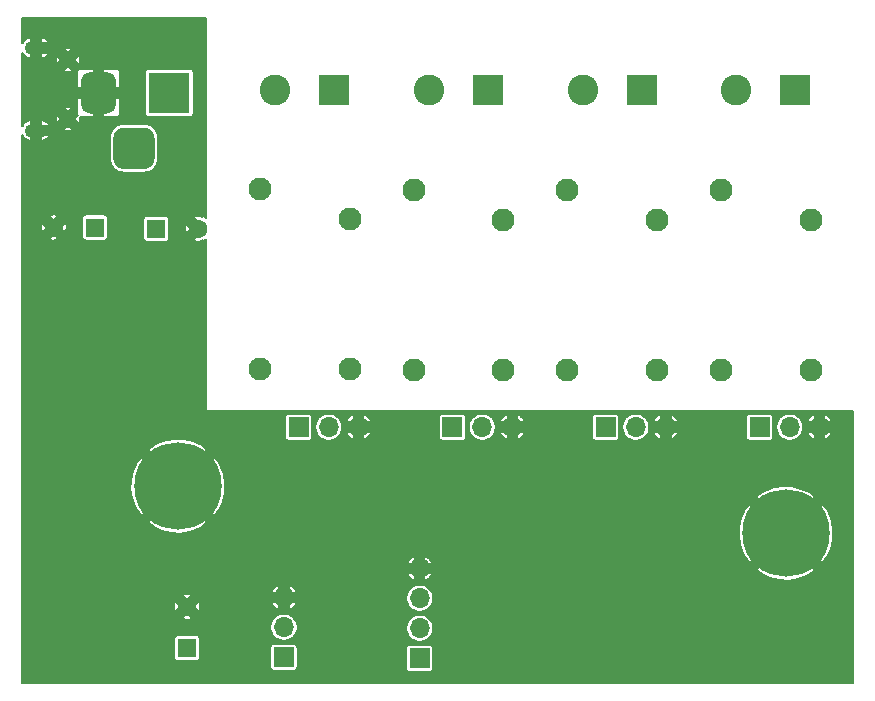
<source format=gbr>
%TF.GenerationSoftware,KiCad,Pcbnew,(5.1.9)-1*%
%TF.CreationDate,2021-07-06T13:13:09+03:00*%
%TF.ProjectId,plumber,706c756d-6265-4722-9e6b-696361645f70,rev?*%
%TF.SameCoordinates,Original*%
%TF.FileFunction,Copper,L2,Bot*%
%TF.FilePolarity,Positive*%
%FSLAX46Y46*%
G04 Gerber Fmt 4.6, Leading zero omitted, Abs format (unit mm)*
G04 Created by KiCad (PCBNEW (5.1.9)-1) date 2021-07-06 13:13:09*
%MOMM*%
%LPD*%
G01*
G04 APERTURE LIST*
%TA.AperFunction,ComponentPad*%
%ADD10O,1.900000X1.200000*%
%TD*%
%TA.AperFunction,ComponentPad*%
%ADD11C,1.450000*%
%TD*%
%TA.AperFunction,ComponentPad*%
%ADD12R,3.500000X3.500000*%
%TD*%
%TA.AperFunction,ComponentPad*%
%ADD13C,1.600000*%
%TD*%
%TA.AperFunction,ComponentPad*%
%ADD14R,1.600000X1.600000*%
%TD*%
%TA.AperFunction,ComponentPad*%
%ADD15C,1.950000*%
%TD*%
%TA.AperFunction,ComponentPad*%
%ADD16C,2.600000*%
%TD*%
%TA.AperFunction,ComponentPad*%
%ADD17R,2.600000X2.600000*%
%TD*%
%TA.AperFunction,ComponentPad*%
%ADD18O,1.700000X1.700000*%
%TD*%
%TA.AperFunction,ComponentPad*%
%ADD19R,1.700000X1.700000*%
%TD*%
%TA.AperFunction,ComponentPad*%
%ADD20C,7.400000*%
%TD*%
%TA.AperFunction,ViaPad*%
%ADD21C,0.800000*%
%TD*%
%TA.AperFunction,Conductor*%
%ADD22C,0.200000*%
%TD*%
%TA.AperFunction,Conductor*%
%ADD23C,0.100000*%
%TD*%
G04 APERTURE END LIST*
D10*
%TO.P,J13,6*%
%TO.N,GND*%
X120500000Y-69900000D03*
X120500000Y-62900000D03*
D11*
X123200000Y-68900000D03*
X123200000Y-63900000D03*
%TD*%
%TO.P,J12,3*%
%TO.N,N/C*%
%TA.AperFunction,ComponentPad*%
G36*
G01*
X127050000Y-72275000D02*
X127050000Y-70525000D01*
G75*
G02*
X127925000Y-69650000I875000J0D01*
G01*
X129675000Y-69650000D01*
G75*
G02*
X130550000Y-70525000I0J-875000D01*
G01*
X130550000Y-72275000D01*
G75*
G02*
X129675000Y-73150000I-875000J0D01*
G01*
X127925000Y-73150000D01*
G75*
G02*
X127050000Y-72275000I0J875000D01*
G01*
G37*
%TD.AperFunction*%
%TO.P,J12,2*%
%TO.N,GND*%
%TA.AperFunction,ComponentPad*%
G36*
G01*
X124300000Y-67700000D02*
X124300000Y-65700000D01*
G75*
G02*
X125050000Y-64950000I750000J0D01*
G01*
X126550000Y-64950000D01*
G75*
G02*
X127300000Y-65700000I0J-750000D01*
G01*
X127300000Y-67700000D01*
G75*
G02*
X126550000Y-68450000I-750000J0D01*
G01*
X125050000Y-68450000D01*
G75*
G02*
X124300000Y-67700000I0J750000D01*
G01*
G37*
%TD.AperFunction*%
D12*
%TO.P,J12,1*%
%TO.N,VCC*%
X131800000Y-66700000D03*
%TD*%
D13*
%TO.P,C4,2*%
%TO.N,GND*%
X133300000Y-110200000D03*
D14*
%TO.P,C4,1*%
%TO.N,+3V3*%
X133300000Y-113700000D03*
%TD*%
D13*
%TO.P,C3,2*%
%TO.N,GND*%
X122000000Y-78100000D03*
D14*
%TO.P,C3,1*%
%TO.N,+5V*%
X125500000Y-78100000D03*
%TD*%
D13*
%TO.P,C2,2*%
%TO.N,GND*%
X134200000Y-78200000D03*
D14*
%TO.P,C2,1*%
%TO.N,VCC*%
X130700000Y-78200000D03*
%TD*%
D15*
%TO.P,K4,4*%
%TO.N,Net-(J5-Pad2)*%
X152475000Y-74885000D03*
%TO.P,K4,3*%
%TO.N,Net-(K4-Pad3)*%
X152475000Y-90125000D03*
%TO.P,K4,2*%
%TO.N,Net-(J5-Pad1)*%
X160075000Y-77425000D03*
%TO.P,K4,1*%
%TO.N,+5V*%
X160075000Y-90125000D03*
%TD*%
%TO.P,K3,4*%
%TO.N,Net-(J10-Pad2)*%
X139475000Y-74860000D03*
%TO.P,K3,3*%
%TO.N,Net-(K3-Pad3)*%
X139475000Y-90100000D03*
%TO.P,K3,2*%
%TO.N,Net-(J10-Pad1)*%
X147075000Y-77400000D03*
%TO.P,K3,1*%
%TO.N,+5V*%
X147075000Y-90100000D03*
%TD*%
%TO.P,K2,4*%
%TO.N,Net-(J11-Pad2)*%
X178500000Y-74885000D03*
%TO.P,K2,3*%
%TO.N,Net-(K2-Pad3)*%
X178500000Y-90125000D03*
%TO.P,K2,2*%
%TO.N,Net-(J11-Pad1)*%
X186100000Y-77425000D03*
%TO.P,K2,1*%
%TO.N,+5V*%
X186100000Y-90125000D03*
%TD*%
%TO.P,K1,4*%
%TO.N,Net-(J1-Pad2)*%
X165475000Y-74885000D03*
%TO.P,K1,3*%
%TO.N,Net-(K1-Pad3)*%
X165475000Y-90125000D03*
%TO.P,K1,2*%
%TO.N,Net-(J1-Pad1)*%
X173075000Y-77425000D03*
%TO.P,K1,1*%
%TO.N,+5V*%
X173075000Y-90125000D03*
%TD*%
D16*
%TO.P,J11,2*%
%TO.N,Net-(J11-Pad2)*%
X179800000Y-66500000D03*
D17*
%TO.P,J11,1*%
%TO.N,Net-(J11-Pad1)*%
X184800000Y-66500000D03*
%TD*%
D16*
%TO.P,J10,2*%
%TO.N,Net-(J10-Pad2)*%
X140775000Y-66500000D03*
D17*
%TO.P,J10,1*%
%TO.N,Net-(J10-Pad1)*%
X145775000Y-66500000D03*
%TD*%
D18*
%TO.P,J9,3*%
%TO.N,GND*%
X147830000Y-95000000D03*
%TO.P,J9,2*%
%TO.N,Net-(J9-Pad2)*%
X145290000Y-95000000D03*
D19*
%TO.P,J9,1*%
%TO.N,+5V*%
X142750000Y-95000000D03*
%TD*%
D18*
%TO.P,J4,3*%
%TO.N,GND*%
X186855000Y-95000000D03*
%TO.P,J4,2*%
%TO.N,Net-(J4-Pad2)*%
X184315000Y-95000000D03*
D19*
%TO.P,J4,1*%
%TO.N,+5V*%
X181775000Y-95000000D03*
%TD*%
D18*
%TO.P,J2,3*%
%TO.N,GND*%
X173830000Y-95000000D03*
%TO.P,J2,2*%
%TO.N,Net-(J2-Pad2)*%
X171290000Y-95000000D03*
D19*
%TO.P,J2,1*%
%TO.N,+5V*%
X168750000Y-95000000D03*
%TD*%
D18*
%TO.P,J8,3*%
%TO.N,GND*%
X141500000Y-109420000D03*
%TO.P,J8,2*%
%TO.N,GPIO2*%
X141500000Y-111960000D03*
D19*
%TO.P,J8,1*%
%TO.N,+3V3*%
X141500000Y-114500000D03*
%TD*%
D18*
%TO.P,J6,3*%
%TO.N,GND*%
X160830000Y-95000000D03*
%TO.P,J6,2*%
%TO.N,Net-(J6-Pad2)*%
X158290000Y-95000000D03*
D19*
%TO.P,J6,1*%
%TO.N,+5V*%
X155750000Y-95000000D03*
%TD*%
D16*
%TO.P,J5,2*%
%TO.N,Net-(J5-Pad2)*%
X153783333Y-66500000D03*
D17*
%TO.P,J5,1*%
%TO.N,Net-(J5-Pad1)*%
X158783333Y-66500000D03*
%TD*%
D18*
%TO.P,J7,4*%
%TO.N,GND*%
X153000000Y-106960000D03*
%TO.P,J7,3*%
%TO.N,RX*%
X153000000Y-109500000D03*
%TO.P,J7,2*%
%TO.N,TX*%
X153000000Y-112040000D03*
D19*
%TO.P,J7,1*%
%TO.N,+3V3*%
X153000000Y-114580000D03*
%TD*%
D16*
%TO.P,J1,2*%
%TO.N,Net-(J1-Pad2)*%
X166791666Y-66500000D03*
D17*
%TO.P,J1,1*%
%TO.N,Net-(J1-Pad1)*%
X171791666Y-66500000D03*
%TD*%
D20*
%TO.P,H2,1*%
%TO.N,GND*%
X184000000Y-104000000D03*
%TD*%
%TO.P,H1,1*%
%TO.N,GND*%
X132500000Y-100000000D03*
%TD*%
D21*
%TO.N,GND*%
X120000000Y-110000000D03*
X122500000Y-110000000D03*
X127500000Y-110000000D03*
X137500000Y-110000000D03*
X140000000Y-105000000D03*
X142500000Y-105000000D03*
X140000000Y-102500000D03*
X142500000Y-100000000D03*
X145000000Y-100000000D03*
X150000000Y-100000000D03*
X152500000Y-100000000D03*
X167500000Y-102500000D03*
X167500000Y-105000000D03*
X170000000Y-105000000D03*
X170000000Y-102500000D03*
X165000000Y-110000000D03*
X167500000Y-110000000D03*
X162500000Y-115000000D03*
X165000000Y-115000000D03*
X167500000Y-115000000D03*
X170000000Y-115000000D03*
X185000000Y-115000000D03*
X187500000Y-115000000D03*
X178400000Y-107500000D03*
X180000000Y-107500000D03*
X175000000Y-100000000D03*
X147500000Y-100000000D03*
%TD*%
D22*
%TO.N,GND*%
X134893545Y-77331067D02*
X134698395Y-77135917D01*
X134588559Y-77245753D01*
X134482051Y-77131270D01*
X134268133Y-77096780D01*
X134051596Y-77104687D01*
X133917949Y-77131270D01*
X133811440Y-77245754D01*
X134200000Y-77634315D01*
X134214142Y-77620172D01*
X134779828Y-78185858D01*
X134765685Y-78200000D01*
X134779828Y-78214142D01*
X134214142Y-78779828D01*
X134200000Y-78765685D01*
X133811440Y-79154246D01*
X133917949Y-79268730D01*
X134131867Y-79303220D01*
X134348404Y-79295313D01*
X134482051Y-79268730D01*
X134588559Y-79154247D01*
X134698395Y-79264083D01*
X134893426Y-79069052D01*
X134892427Y-93499993D01*
X134894347Y-93519502D01*
X134900036Y-93538262D01*
X134909276Y-93555551D01*
X134921711Y-93570706D01*
X134936864Y-93583143D01*
X134954152Y-93592385D01*
X134972911Y-93598077D01*
X134992427Y-93600000D01*
X189675000Y-93600000D01*
X189675000Y-116675000D01*
X119325000Y-116675000D01*
X119325000Y-112900000D01*
X132198549Y-112900000D01*
X132198549Y-114500000D01*
X132204341Y-114558810D01*
X132221496Y-114615360D01*
X132249353Y-114667477D01*
X132286842Y-114713158D01*
X132332523Y-114750647D01*
X132384640Y-114778504D01*
X132441190Y-114795659D01*
X132500000Y-114801451D01*
X134100000Y-114801451D01*
X134158810Y-114795659D01*
X134215360Y-114778504D01*
X134267477Y-114750647D01*
X134313158Y-114713158D01*
X134350647Y-114667477D01*
X134378504Y-114615360D01*
X134395659Y-114558810D01*
X134401451Y-114500000D01*
X134401451Y-113650000D01*
X140348549Y-113650000D01*
X140348549Y-115350000D01*
X140354341Y-115408810D01*
X140371496Y-115465360D01*
X140399353Y-115517477D01*
X140436842Y-115563158D01*
X140482523Y-115600647D01*
X140534640Y-115628504D01*
X140591190Y-115645659D01*
X140650000Y-115651451D01*
X142350000Y-115651451D01*
X142408810Y-115645659D01*
X142465360Y-115628504D01*
X142517477Y-115600647D01*
X142563158Y-115563158D01*
X142600647Y-115517477D01*
X142628504Y-115465360D01*
X142645659Y-115408810D01*
X142651451Y-115350000D01*
X142651451Y-113730000D01*
X151848549Y-113730000D01*
X151848549Y-115430000D01*
X151854341Y-115488810D01*
X151871496Y-115545360D01*
X151899353Y-115597477D01*
X151936842Y-115643158D01*
X151982523Y-115680647D01*
X152034640Y-115708504D01*
X152091190Y-115725659D01*
X152150000Y-115731451D01*
X153850000Y-115731451D01*
X153908810Y-115725659D01*
X153965360Y-115708504D01*
X154017477Y-115680647D01*
X154063158Y-115643158D01*
X154100647Y-115597477D01*
X154128504Y-115545360D01*
X154145659Y-115488810D01*
X154151451Y-115430000D01*
X154151451Y-113730000D01*
X154145659Y-113671190D01*
X154128504Y-113614640D01*
X154100647Y-113562523D01*
X154063158Y-113516842D01*
X154017477Y-113479353D01*
X153965360Y-113451496D01*
X153908810Y-113434341D01*
X153850000Y-113428549D01*
X152150000Y-113428549D01*
X152091190Y-113434341D01*
X152034640Y-113451496D01*
X151982523Y-113479353D01*
X151936842Y-113516842D01*
X151899353Y-113562523D01*
X151871496Y-113614640D01*
X151854341Y-113671190D01*
X151848549Y-113730000D01*
X142651451Y-113730000D01*
X142651451Y-113650000D01*
X142645659Y-113591190D01*
X142628504Y-113534640D01*
X142600647Y-113482523D01*
X142563158Y-113436842D01*
X142517477Y-113399353D01*
X142465360Y-113371496D01*
X142408810Y-113354341D01*
X142350000Y-113348549D01*
X140650000Y-113348549D01*
X140591190Y-113354341D01*
X140534640Y-113371496D01*
X140482523Y-113399353D01*
X140436842Y-113436842D01*
X140399353Y-113482523D01*
X140371496Y-113534640D01*
X140354341Y-113591190D01*
X140348549Y-113650000D01*
X134401451Y-113650000D01*
X134401451Y-112900000D01*
X134395659Y-112841190D01*
X134378504Y-112784640D01*
X134350647Y-112732523D01*
X134313158Y-112686842D01*
X134267477Y-112649353D01*
X134215360Y-112621496D01*
X134158810Y-112604341D01*
X134100000Y-112598549D01*
X132500000Y-112598549D01*
X132441190Y-112604341D01*
X132384640Y-112621496D01*
X132332523Y-112649353D01*
X132286842Y-112686842D01*
X132249353Y-112732523D01*
X132221496Y-112784640D01*
X132204341Y-112841190D01*
X132198549Y-112900000D01*
X119325000Y-112900000D01*
X119325000Y-111846735D01*
X140350000Y-111846735D01*
X140350000Y-112073265D01*
X140394194Y-112295443D01*
X140480884Y-112504729D01*
X140606737Y-112693082D01*
X140766918Y-112853263D01*
X140955271Y-112979116D01*
X141164557Y-113065806D01*
X141386735Y-113110000D01*
X141613265Y-113110000D01*
X141835443Y-113065806D01*
X142044729Y-112979116D01*
X142233082Y-112853263D01*
X142393263Y-112693082D01*
X142519116Y-112504729D01*
X142605806Y-112295443D01*
X142650000Y-112073265D01*
X142650000Y-111926735D01*
X151850000Y-111926735D01*
X151850000Y-112153265D01*
X151894194Y-112375443D01*
X151980884Y-112584729D01*
X152106737Y-112773082D01*
X152266918Y-112933263D01*
X152455271Y-113059116D01*
X152664557Y-113145806D01*
X152886735Y-113190000D01*
X153113265Y-113190000D01*
X153335443Y-113145806D01*
X153544729Y-113059116D01*
X153733082Y-112933263D01*
X153893263Y-112773082D01*
X154019116Y-112584729D01*
X154105806Y-112375443D01*
X154150000Y-112153265D01*
X154150000Y-111926735D01*
X154105806Y-111704557D01*
X154019116Y-111495271D01*
X153893263Y-111306918D01*
X153733082Y-111146737D01*
X153544729Y-111020884D01*
X153335443Y-110934194D01*
X153113265Y-110890000D01*
X152886735Y-110890000D01*
X152664557Y-110934194D01*
X152455271Y-111020884D01*
X152266918Y-111146737D01*
X152106737Y-111306918D01*
X151980884Y-111495271D01*
X151894194Y-111704557D01*
X151850000Y-111926735D01*
X142650000Y-111926735D01*
X142650000Y-111846735D01*
X142605806Y-111624557D01*
X142519116Y-111415271D01*
X142393263Y-111226918D01*
X142233082Y-111066737D01*
X142044729Y-110940884D01*
X141835443Y-110854194D01*
X141613265Y-110810000D01*
X141386735Y-110810000D01*
X141164557Y-110854194D01*
X140955271Y-110940884D01*
X140766918Y-111066737D01*
X140606737Y-111226918D01*
X140480884Y-111415271D01*
X140394194Y-111624557D01*
X140350000Y-111846735D01*
X119325000Y-111846735D01*
X119325000Y-111154246D01*
X132911440Y-111154246D01*
X133017949Y-111268730D01*
X133231867Y-111303220D01*
X133448404Y-111295313D01*
X133582051Y-111268730D01*
X133688560Y-111154246D01*
X133300000Y-110765685D01*
X132911440Y-111154246D01*
X119325000Y-111154246D01*
X119325000Y-110131867D01*
X132196780Y-110131867D01*
X132204687Y-110348404D01*
X132231270Y-110482051D01*
X132345754Y-110588560D01*
X132734315Y-110200000D01*
X133865685Y-110200000D01*
X134254246Y-110588560D01*
X134368730Y-110482051D01*
X134403220Y-110268133D01*
X134395313Y-110051596D01*
X134381817Y-109983742D01*
X140497655Y-109983742D01*
X140595578Y-110130330D01*
X140751535Y-110293125D01*
X140936255Y-110422366D01*
X141100000Y-110423214D01*
X141100000Y-109820000D01*
X141900000Y-109820000D01*
X141900000Y-110423214D01*
X142063745Y-110422366D01*
X142248465Y-110293125D01*
X142404422Y-110130330D01*
X142502345Y-109983742D01*
X142497810Y-109820000D01*
X141900000Y-109820000D01*
X141100000Y-109820000D01*
X140502190Y-109820000D01*
X140497655Y-109983742D01*
X134381817Y-109983742D01*
X134368730Y-109917949D01*
X134254246Y-109811440D01*
X133865685Y-110200000D01*
X132734315Y-110200000D01*
X132345754Y-109811440D01*
X132231270Y-109917949D01*
X132196780Y-110131867D01*
X119325000Y-110131867D01*
X119325000Y-109245754D01*
X132911440Y-109245754D01*
X133300000Y-109634315D01*
X133547579Y-109386735D01*
X151850000Y-109386735D01*
X151850000Y-109613265D01*
X151894194Y-109835443D01*
X151980884Y-110044729D01*
X152106737Y-110233082D01*
X152266918Y-110393263D01*
X152455271Y-110519116D01*
X152664557Y-110605806D01*
X152886735Y-110650000D01*
X153113265Y-110650000D01*
X153335443Y-110605806D01*
X153544729Y-110519116D01*
X153733082Y-110393263D01*
X153893263Y-110233082D01*
X154019116Y-110044729D01*
X154105806Y-109835443D01*
X154150000Y-109613265D01*
X154150000Y-109386735D01*
X154105806Y-109164557D01*
X154019116Y-108955271D01*
X153893263Y-108766918D01*
X153733082Y-108606737D01*
X153544729Y-108480884D01*
X153335443Y-108394194D01*
X153113265Y-108350000D01*
X152886735Y-108350000D01*
X152664557Y-108394194D01*
X152455271Y-108480884D01*
X152266918Y-108606737D01*
X152106737Y-108766918D01*
X151980884Y-108955271D01*
X151894194Y-109164557D01*
X151850000Y-109386735D01*
X133547579Y-109386735D01*
X133688560Y-109245754D01*
X133582051Y-109131270D01*
X133368133Y-109096780D01*
X133151596Y-109104687D01*
X133017949Y-109131270D01*
X132911440Y-109245754D01*
X119325000Y-109245754D01*
X119325000Y-108856258D01*
X140497655Y-108856258D01*
X140502190Y-109020000D01*
X141100000Y-109020000D01*
X141900000Y-109020000D01*
X142497810Y-109020000D01*
X142502345Y-108856258D01*
X142404422Y-108709670D01*
X142248465Y-108546875D01*
X142063745Y-108417634D01*
X141900000Y-108416786D01*
X141900000Y-109020000D01*
X141100000Y-109020000D01*
X141100000Y-108416786D01*
X140936255Y-108417634D01*
X140751535Y-108546875D01*
X140595578Y-108709670D01*
X140497655Y-108856258D01*
X119325000Y-108856258D01*
X119325000Y-107523742D01*
X151997655Y-107523742D01*
X152095578Y-107670330D01*
X152251535Y-107833125D01*
X152436255Y-107962366D01*
X152600000Y-107963214D01*
X152600000Y-107360000D01*
X153400000Y-107360000D01*
X153400000Y-107963214D01*
X153563745Y-107962366D01*
X153748465Y-107833125D01*
X153904422Y-107670330D01*
X154002345Y-107523742D01*
X153997810Y-107360000D01*
X153400000Y-107360000D01*
X152600000Y-107360000D01*
X152002190Y-107360000D01*
X151997655Y-107523742D01*
X119325000Y-107523742D01*
X119325000Y-107057543D01*
X181508142Y-107057543D01*
X181972817Y-107470697D01*
X182688868Y-107799493D01*
X183455306Y-107982275D01*
X184242676Y-108012021D01*
X185020719Y-107887588D01*
X185759537Y-107613756D01*
X186027183Y-107470697D01*
X186491858Y-107057543D01*
X184000000Y-104565685D01*
X181508142Y-107057543D01*
X119325000Y-107057543D01*
X119325000Y-106396258D01*
X151997655Y-106396258D01*
X152002190Y-106560000D01*
X152600000Y-106560000D01*
X153400000Y-106560000D01*
X153997810Y-106560000D01*
X154002345Y-106396258D01*
X153904422Y-106249670D01*
X153748465Y-106086875D01*
X153563745Y-105957634D01*
X153400000Y-105956786D01*
X153400000Y-106560000D01*
X152600000Y-106560000D01*
X152600000Y-105956786D01*
X152436255Y-105957634D01*
X152251535Y-106086875D01*
X152095578Y-106249670D01*
X151997655Y-106396258D01*
X119325000Y-106396258D01*
X119325000Y-104242676D01*
X179987979Y-104242676D01*
X180112412Y-105020719D01*
X180386244Y-105759537D01*
X180529303Y-106027183D01*
X180942457Y-106491858D01*
X183434315Y-104000000D01*
X184565685Y-104000000D01*
X187057543Y-106491858D01*
X187470697Y-106027183D01*
X187799493Y-105311132D01*
X187982275Y-104544694D01*
X188012021Y-103757324D01*
X187887588Y-102979281D01*
X187613756Y-102240463D01*
X187470697Y-101972817D01*
X187057543Y-101508142D01*
X184565685Y-104000000D01*
X183434315Y-104000000D01*
X180942457Y-101508142D01*
X180529303Y-101972817D01*
X180200507Y-102688868D01*
X180017725Y-103455306D01*
X179987979Y-104242676D01*
X119325000Y-104242676D01*
X119325000Y-103057543D01*
X130008142Y-103057543D01*
X130472817Y-103470697D01*
X131188868Y-103799493D01*
X131955306Y-103982275D01*
X132742676Y-104012021D01*
X133520719Y-103887588D01*
X134259537Y-103613756D01*
X134527183Y-103470697D01*
X134991858Y-103057543D01*
X132500000Y-100565685D01*
X130008142Y-103057543D01*
X119325000Y-103057543D01*
X119325000Y-100242676D01*
X128487979Y-100242676D01*
X128612412Y-101020719D01*
X128886244Y-101759537D01*
X129029303Y-102027183D01*
X129442457Y-102491858D01*
X131934315Y-100000000D01*
X133065685Y-100000000D01*
X135557543Y-102491858D01*
X135970697Y-102027183D01*
X136299493Y-101311132D01*
X136387415Y-100942457D01*
X181508142Y-100942457D01*
X184000000Y-103434315D01*
X186491858Y-100942457D01*
X186027183Y-100529303D01*
X185311132Y-100200507D01*
X184544694Y-100017725D01*
X183757324Y-99987979D01*
X182979281Y-100112412D01*
X182240463Y-100386244D01*
X181972817Y-100529303D01*
X181508142Y-100942457D01*
X136387415Y-100942457D01*
X136482275Y-100544694D01*
X136512021Y-99757324D01*
X136387588Y-98979281D01*
X136113756Y-98240463D01*
X135970697Y-97972817D01*
X135557543Y-97508142D01*
X133065685Y-100000000D01*
X131934315Y-100000000D01*
X129442457Y-97508142D01*
X129029303Y-97972817D01*
X128700507Y-98688868D01*
X128517725Y-99455306D01*
X128487979Y-100242676D01*
X119325000Y-100242676D01*
X119325000Y-96942457D01*
X130008142Y-96942457D01*
X132500000Y-99434315D01*
X134991858Y-96942457D01*
X134527183Y-96529303D01*
X133811132Y-96200507D01*
X133044694Y-96017725D01*
X132257324Y-95987979D01*
X131479281Y-96112412D01*
X130740463Y-96386244D01*
X130472817Y-96529303D01*
X130008142Y-96942457D01*
X119325000Y-96942457D01*
X119325000Y-94150000D01*
X141598549Y-94150000D01*
X141598549Y-95850000D01*
X141604341Y-95908810D01*
X141621496Y-95965360D01*
X141649353Y-96017477D01*
X141686842Y-96063158D01*
X141732523Y-96100647D01*
X141784640Y-96128504D01*
X141841190Y-96145659D01*
X141900000Y-96151451D01*
X143600000Y-96151451D01*
X143658810Y-96145659D01*
X143715360Y-96128504D01*
X143767477Y-96100647D01*
X143813158Y-96063158D01*
X143850647Y-96017477D01*
X143878504Y-95965360D01*
X143895659Y-95908810D01*
X143901451Y-95850000D01*
X143901451Y-94886735D01*
X144140000Y-94886735D01*
X144140000Y-95113265D01*
X144184194Y-95335443D01*
X144270884Y-95544729D01*
X144396737Y-95733082D01*
X144556918Y-95893263D01*
X144745271Y-96019116D01*
X144954557Y-96105806D01*
X145176735Y-96150000D01*
X145403265Y-96150000D01*
X145625443Y-96105806D01*
X145834729Y-96019116D01*
X146023082Y-95893263D01*
X146183263Y-95733082D01*
X146309116Y-95544729D01*
X146369065Y-95400000D01*
X146826786Y-95400000D01*
X146827634Y-95563745D01*
X146956875Y-95748465D01*
X147119670Y-95904422D01*
X147266258Y-96002345D01*
X147430000Y-95997810D01*
X147430000Y-95400000D01*
X148230000Y-95400000D01*
X148230000Y-95997810D01*
X148393742Y-96002345D01*
X148540330Y-95904422D01*
X148703125Y-95748465D01*
X148832366Y-95563745D01*
X148833214Y-95400000D01*
X148230000Y-95400000D01*
X147430000Y-95400000D01*
X146826786Y-95400000D01*
X146369065Y-95400000D01*
X146395806Y-95335443D01*
X146440000Y-95113265D01*
X146440000Y-94886735D01*
X146395806Y-94664557D01*
X146369066Y-94600000D01*
X146826786Y-94600000D01*
X147430000Y-94600000D01*
X147430000Y-94002190D01*
X148230000Y-94002190D01*
X148230000Y-94600000D01*
X148833214Y-94600000D01*
X148832366Y-94436255D01*
X148703125Y-94251535D01*
X148597139Y-94150000D01*
X154598549Y-94150000D01*
X154598549Y-95850000D01*
X154604341Y-95908810D01*
X154621496Y-95965360D01*
X154649353Y-96017477D01*
X154686842Y-96063158D01*
X154732523Y-96100647D01*
X154784640Y-96128504D01*
X154841190Y-96145659D01*
X154900000Y-96151451D01*
X156600000Y-96151451D01*
X156658810Y-96145659D01*
X156715360Y-96128504D01*
X156767477Y-96100647D01*
X156813158Y-96063158D01*
X156850647Y-96017477D01*
X156878504Y-95965360D01*
X156895659Y-95908810D01*
X156901451Y-95850000D01*
X156901451Y-94886735D01*
X157140000Y-94886735D01*
X157140000Y-95113265D01*
X157184194Y-95335443D01*
X157270884Y-95544729D01*
X157396737Y-95733082D01*
X157556918Y-95893263D01*
X157745271Y-96019116D01*
X157954557Y-96105806D01*
X158176735Y-96150000D01*
X158403265Y-96150000D01*
X158625443Y-96105806D01*
X158834729Y-96019116D01*
X159023082Y-95893263D01*
X159183263Y-95733082D01*
X159309116Y-95544729D01*
X159369065Y-95400000D01*
X159826786Y-95400000D01*
X159827634Y-95563745D01*
X159956875Y-95748465D01*
X160119670Y-95904422D01*
X160266258Y-96002345D01*
X160430000Y-95997810D01*
X160430000Y-95400000D01*
X161230000Y-95400000D01*
X161230000Y-95997810D01*
X161393742Y-96002345D01*
X161540330Y-95904422D01*
X161703125Y-95748465D01*
X161832366Y-95563745D01*
X161833214Y-95400000D01*
X161230000Y-95400000D01*
X160430000Y-95400000D01*
X159826786Y-95400000D01*
X159369065Y-95400000D01*
X159395806Y-95335443D01*
X159440000Y-95113265D01*
X159440000Y-94886735D01*
X159395806Y-94664557D01*
X159369066Y-94600000D01*
X159826786Y-94600000D01*
X160430000Y-94600000D01*
X160430000Y-94002190D01*
X161230000Y-94002190D01*
X161230000Y-94600000D01*
X161833214Y-94600000D01*
X161832366Y-94436255D01*
X161703125Y-94251535D01*
X161597139Y-94150000D01*
X167598549Y-94150000D01*
X167598549Y-95850000D01*
X167604341Y-95908810D01*
X167621496Y-95965360D01*
X167649353Y-96017477D01*
X167686842Y-96063158D01*
X167732523Y-96100647D01*
X167784640Y-96128504D01*
X167841190Y-96145659D01*
X167900000Y-96151451D01*
X169600000Y-96151451D01*
X169658810Y-96145659D01*
X169715360Y-96128504D01*
X169767477Y-96100647D01*
X169813158Y-96063158D01*
X169850647Y-96017477D01*
X169878504Y-95965360D01*
X169895659Y-95908810D01*
X169901451Y-95850000D01*
X169901451Y-94886735D01*
X170140000Y-94886735D01*
X170140000Y-95113265D01*
X170184194Y-95335443D01*
X170270884Y-95544729D01*
X170396737Y-95733082D01*
X170556918Y-95893263D01*
X170745271Y-96019116D01*
X170954557Y-96105806D01*
X171176735Y-96150000D01*
X171403265Y-96150000D01*
X171625443Y-96105806D01*
X171834729Y-96019116D01*
X172023082Y-95893263D01*
X172183263Y-95733082D01*
X172309116Y-95544729D01*
X172369065Y-95400000D01*
X172826786Y-95400000D01*
X172827634Y-95563745D01*
X172956875Y-95748465D01*
X173119670Y-95904422D01*
X173266258Y-96002345D01*
X173430000Y-95997810D01*
X173430000Y-95400000D01*
X174230000Y-95400000D01*
X174230000Y-95997810D01*
X174393742Y-96002345D01*
X174540330Y-95904422D01*
X174703125Y-95748465D01*
X174832366Y-95563745D01*
X174833214Y-95400000D01*
X174230000Y-95400000D01*
X173430000Y-95400000D01*
X172826786Y-95400000D01*
X172369065Y-95400000D01*
X172395806Y-95335443D01*
X172440000Y-95113265D01*
X172440000Y-94886735D01*
X172395806Y-94664557D01*
X172369066Y-94600000D01*
X172826786Y-94600000D01*
X173430000Y-94600000D01*
X173430000Y-94002190D01*
X174230000Y-94002190D01*
X174230000Y-94600000D01*
X174833214Y-94600000D01*
X174832366Y-94436255D01*
X174703125Y-94251535D01*
X174597139Y-94150000D01*
X180623549Y-94150000D01*
X180623549Y-95850000D01*
X180629341Y-95908810D01*
X180646496Y-95965360D01*
X180674353Y-96017477D01*
X180711842Y-96063158D01*
X180757523Y-96100647D01*
X180809640Y-96128504D01*
X180866190Y-96145659D01*
X180925000Y-96151451D01*
X182625000Y-96151451D01*
X182683810Y-96145659D01*
X182740360Y-96128504D01*
X182792477Y-96100647D01*
X182838158Y-96063158D01*
X182875647Y-96017477D01*
X182903504Y-95965360D01*
X182920659Y-95908810D01*
X182926451Y-95850000D01*
X182926451Y-94886735D01*
X183165000Y-94886735D01*
X183165000Y-95113265D01*
X183209194Y-95335443D01*
X183295884Y-95544729D01*
X183421737Y-95733082D01*
X183581918Y-95893263D01*
X183770271Y-96019116D01*
X183979557Y-96105806D01*
X184201735Y-96150000D01*
X184428265Y-96150000D01*
X184650443Y-96105806D01*
X184859729Y-96019116D01*
X185048082Y-95893263D01*
X185208263Y-95733082D01*
X185334116Y-95544729D01*
X185394065Y-95400000D01*
X185851786Y-95400000D01*
X185852634Y-95563745D01*
X185981875Y-95748465D01*
X186144670Y-95904422D01*
X186291258Y-96002345D01*
X186455000Y-95997810D01*
X186455000Y-95400000D01*
X187255000Y-95400000D01*
X187255000Y-95997810D01*
X187418742Y-96002345D01*
X187565330Y-95904422D01*
X187728125Y-95748465D01*
X187857366Y-95563745D01*
X187858214Y-95400000D01*
X187255000Y-95400000D01*
X186455000Y-95400000D01*
X185851786Y-95400000D01*
X185394065Y-95400000D01*
X185420806Y-95335443D01*
X185465000Y-95113265D01*
X185465000Y-94886735D01*
X185420806Y-94664557D01*
X185394066Y-94600000D01*
X185851786Y-94600000D01*
X186455000Y-94600000D01*
X186455000Y-94002190D01*
X187255000Y-94002190D01*
X187255000Y-94600000D01*
X187858214Y-94600000D01*
X187857366Y-94436255D01*
X187728125Y-94251535D01*
X187565330Y-94095578D01*
X187418742Y-93997655D01*
X187255000Y-94002190D01*
X186455000Y-94002190D01*
X186291258Y-93997655D01*
X186144670Y-94095578D01*
X185981875Y-94251535D01*
X185852634Y-94436255D01*
X185851786Y-94600000D01*
X185394066Y-94600000D01*
X185334116Y-94455271D01*
X185208263Y-94266918D01*
X185048082Y-94106737D01*
X184859729Y-93980884D01*
X184650443Y-93894194D01*
X184428265Y-93850000D01*
X184201735Y-93850000D01*
X183979557Y-93894194D01*
X183770271Y-93980884D01*
X183581918Y-94106737D01*
X183421737Y-94266918D01*
X183295884Y-94455271D01*
X183209194Y-94664557D01*
X183165000Y-94886735D01*
X182926451Y-94886735D01*
X182926451Y-94150000D01*
X182920659Y-94091190D01*
X182903504Y-94034640D01*
X182875647Y-93982523D01*
X182838158Y-93936842D01*
X182792477Y-93899353D01*
X182740360Y-93871496D01*
X182683810Y-93854341D01*
X182625000Y-93848549D01*
X180925000Y-93848549D01*
X180866190Y-93854341D01*
X180809640Y-93871496D01*
X180757523Y-93899353D01*
X180711842Y-93936842D01*
X180674353Y-93982523D01*
X180646496Y-94034640D01*
X180629341Y-94091190D01*
X180623549Y-94150000D01*
X174597139Y-94150000D01*
X174540330Y-94095578D01*
X174393742Y-93997655D01*
X174230000Y-94002190D01*
X173430000Y-94002190D01*
X173266258Y-93997655D01*
X173119670Y-94095578D01*
X172956875Y-94251535D01*
X172827634Y-94436255D01*
X172826786Y-94600000D01*
X172369066Y-94600000D01*
X172309116Y-94455271D01*
X172183263Y-94266918D01*
X172023082Y-94106737D01*
X171834729Y-93980884D01*
X171625443Y-93894194D01*
X171403265Y-93850000D01*
X171176735Y-93850000D01*
X170954557Y-93894194D01*
X170745271Y-93980884D01*
X170556918Y-94106737D01*
X170396737Y-94266918D01*
X170270884Y-94455271D01*
X170184194Y-94664557D01*
X170140000Y-94886735D01*
X169901451Y-94886735D01*
X169901451Y-94150000D01*
X169895659Y-94091190D01*
X169878504Y-94034640D01*
X169850647Y-93982523D01*
X169813158Y-93936842D01*
X169767477Y-93899353D01*
X169715360Y-93871496D01*
X169658810Y-93854341D01*
X169600000Y-93848549D01*
X167900000Y-93848549D01*
X167841190Y-93854341D01*
X167784640Y-93871496D01*
X167732523Y-93899353D01*
X167686842Y-93936842D01*
X167649353Y-93982523D01*
X167621496Y-94034640D01*
X167604341Y-94091190D01*
X167598549Y-94150000D01*
X161597139Y-94150000D01*
X161540330Y-94095578D01*
X161393742Y-93997655D01*
X161230000Y-94002190D01*
X160430000Y-94002190D01*
X160266258Y-93997655D01*
X160119670Y-94095578D01*
X159956875Y-94251535D01*
X159827634Y-94436255D01*
X159826786Y-94600000D01*
X159369066Y-94600000D01*
X159309116Y-94455271D01*
X159183263Y-94266918D01*
X159023082Y-94106737D01*
X158834729Y-93980884D01*
X158625443Y-93894194D01*
X158403265Y-93850000D01*
X158176735Y-93850000D01*
X157954557Y-93894194D01*
X157745271Y-93980884D01*
X157556918Y-94106737D01*
X157396737Y-94266918D01*
X157270884Y-94455271D01*
X157184194Y-94664557D01*
X157140000Y-94886735D01*
X156901451Y-94886735D01*
X156901451Y-94150000D01*
X156895659Y-94091190D01*
X156878504Y-94034640D01*
X156850647Y-93982523D01*
X156813158Y-93936842D01*
X156767477Y-93899353D01*
X156715360Y-93871496D01*
X156658810Y-93854341D01*
X156600000Y-93848549D01*
X154900000Y-93848549D01*
X154841190Y-93854341D01*
X154784640Y-93871496D01*
X154732523Y-93899353D01*
X154686842Y-93936842D01*
X154649353Y-93982523D01*
X154621496Y-94034640D01*
X154604341Y-94091190D01*
X154598549Y-94150000D01*
X148597139Y-94150000D01*
X148540330Y-94095578D01*
X148393742Y-93997655D01*
X148230000Y-94002190D01*
X147430000Y-94002190D01*
X147266258Y-93997655D01*
X147119670Y-94095578D01*
X146956875Y-94251535D01*
X146827634Y-94436255D01*
X146826786Y-94600000D01*
X146369066Y-94600000D01*
X146309116Y-94455271D01*
X146183263Y-94266918D01*
X146023082Y-94106737D01*
X145834729Y-93980884D01*
X145625443Y-93894194D01*
X145403265Y-93850000D01*
X145176735Y-93850000D01*
X144954557Y-93894194D01*
X144745271Y-93980884D01*
X144556918Y-94106737D01*
X144396737Y-94266918D01*
X144270884Y-94455271D01*
X144184194Y-94664557D01*
X144140000Y-94886735D01*
X143901451Y-94886735D01*
X143901451Y-94150000D01*
X143895659Y-94091190D01*
X143878504Y-94034640D01*
X143850647Y-93982523D01*
X143813158Y-93936842D01*
X143767477Y-93899353D01*
X143715360Y-93871496D01*
X143658810Y-93854341D01*
X143600000Y-93848549D01*
X141900000Y-93848549D01*
X141841190Y-93854341D01*
X141784640Y-93871496D01*
X141732523Y-93899353D01*
X141686842Y-93936842D01*
X141649353Y-93982523D01*
X141621496Y-94034640D01*
X141604341Y-94091190D01*
X141598549Y-94150000D01*
X119325000Y-94150000D01*
X119325000Y-79054246D01*
X121611440Y-79054246D01*
X121717949Y-79168730D01*
X121931867Y-79203220D01*
X122148404Y-79195313D01*
X122282051Y-79168730D01*
X122388560Y-79054246D01*
X122000000Y-78665685D01*
X121611440Y-79054246D01*
X119325000Y-79054246D01*
X119325000Y-78031867D01*
X120896780Y-78031867D01*
X120904687Y-78248404D01*
X120931270Y-78382051D01*
X121045754Y-78488560D01*
X121434315Y-78100000D01*
X122565685Y-78100000D01*
X122954246Y-78488560D01*
X123068730Y-78382051D01*
X123103220Y-78168133D01*
X123095313Y-77951596D01*
X123068730Y-77817949D01*
X122954246Y-77711440D01*
X122565685Y-78100000D01*
X121434315Y-78100000D01*
X121045754Y-77711440D01*
X120931270Y-77817949D01*
X120896780Y-78031867D01*
X119325000Y-78031867D01*
X119325000Y-77145754D01*
X121611440Y-77145754D01*
X122000000Y-77534315D01*
X122234314Y-77300000D01*
X124398549Y-77300000D01*
X124398549Y-78900000D01*
X124404341Y-78958810D01*
X124421496Y-79015360D01*
X124449353Y-79067477D01*
X124486842Y-79113158D01*
X124532523Y-79150647D01*
X124584640Y-79178504D01*
X124641190Y-79195659D01*
X124700000Y-79201451D01*
X126300000Y-79201451D01*
X126358810Y-79195659D01*
X126415360Y-79178504D01*
X126467477Y-79150647D01*
X126513158Y-79113158D01*
X126550647Y-79067477D01*
X126578504Y-79015360D01*
X126595659Y-78958810D01*
X126601451Y-78900000D01*
X126601451Y-77400000D01*
X129598549Y-77400000D01*
X129598549Y-79000000D01*
X129604341Y-79058810D01*
X129621496Y-79115360D01*
X129649353Y-79167477D01*
X129686842Y-79213158D01*
X129732523Y-79250647D01*
X129784640Y-79278504D01*
X129841190Y-79295659D01*
X129900000Y-79301451D01*
X131500000Y-79301451D01*
X131558810Y-79295659D01*
X131615360Y-79278504D01*
X131667477Y-79250647D01*
X131713158Y-79213158D01*
X131750647Y-79167477D01*
X131778504Y-79115360D01*
X131795659Y-79058810D01*
X131801451Y-79000000D01*
X131801451Y-78131867D01*
X133096780Y-78131867D01*
X133104687Y-78348404D01*
X133131270Y-78482051D01*
X133245754Y-78588560D01*
X133634315Y-78200000D01*
X133245754Y-77811440D01*
X133131270Y-77917949D01*
X133096780Y-78131867D01*
X131801451Y-78131867D01*
X131801451Y-77400000D01*
X131795659Y-77341190D01*
X131778504Y-77284640D01*
X131750647Y-77232523D01*
X131713158Y-77186842D01*
X131667477Y-77149353D01*
X131615360Y-77121496D01*
X131558810Y-77104341D01*
X131500000Y-77098549D01*
X129900000Y-77098549D01*
X129841190Y-77104341D01*
X129784640Y-77121496D01*
X129732523Y-77149353D01*
X129686842Y-77186842D01*
X129649353Y-77232523D01*
X129621496Y-77284640D01*
X129604341Y-77341190D01*
X129598549Y-77400000D01*
X126601451Y-77400000D01*
X126601451Y-77300000D01*
X126595659Y-77241190D01*
X126578504Y-77184640D01*
X126550647Y-77132523D01*
X126513158Y-77086842D01*
X126467477Y-77049353D01*
X126415360Y-77021496D01*
X126358810Y-77004341D01*
X126300000Y-76998549D01*
X124700000Y-76998549D01*
X124641190Y-77004341D01*
X124584640Y-77021496D01*
X124532523Y-77049353D01*
X124486842Y-77086842D01*
X124449353Y-77132523D01*
X124421496Y-77184640D01*
X124404341Y-77241190D01*
X124398549Y-77300000D01*
X122234314Y-77300000D01*
X122388560Y-77145754D01*
X122282051Y-77031270D01*
X122068133Y-76996780D01*
X121851596Y-77004687D01*
X121717949Y-77031270D01*
X121611440Y-77145754D01*
X119325000Y-77145754D01*
X119325000Y-70300002D01*
X119428457Y-70300002D01*
X119416274Y-70421197D01*
X119509951Y-70518743D01*
X119642960Y-70631721D01*
X119795454Y-70716580D01*
X119961573Y-70770058D01*
X120100000Y-70713823D01*
X120100000Y-70300000D01*
X120900000Y-70300000D01*
X120900000Y-70713823D01*
X121038427Y-70770058D01*
X121204546Y-70716580D01*
X121357040Y-70631721D01*
X121482682Y-70525000D01*
X126748549Y-70525000D01*
X126748549Y-72275000D01*
X126771154Y-72504514D01*
X126838101Y-72725208D01*
X126946817Y-72928601D01*
X127093124Y-73106876D01*
X127271399Y-73253183D01*
X127474792Y-73361899D01*
X127695486Y-73428846D01*
X127925000Y-73451451D01*
X129675000Y-73451451D01*
X129904514Y-73428846D01*
X130125208Y-73361899D01*
X130328601Y-73253183D01*
X130506876Y-73106876D01*
X130653183Y-72928601D01*
X130761899Y-72725208D01*
X130828846Y-72504514D01*
X130851451Y-72275000D01*
X130851451Y-70525000D01*
X130828846Y-70295486D01*
X130761899Y-70074792D01*
X130653183Y-69871399D01*
X130506876Y-69693124D01*
X130328601Y-69546817D01*
X130125208Y-69438101D01*
X129904514Y-69371154D01*
X129675000Y-69348549D01*
X127925000Y-69348549D01*
X127695486Y-69371154D01*
X127474792Y-69438101D01*
X127271399Y-69546817D01*
X127093124Y-69693124D01*
X126946817Y-69871399D01*
X126838101Y-70074792D01*
X126771154Y-70295486D01*
X126748549Y-70525000D01*
X121482682Y-70525000D01*
X121490049Y-70518743D01*
X121583726Y-70421197D01*
X121571543Y-70300000D01*
X120900000Y-70300000D01*
X120100000Y-70300000D01*
X120080000Y-70300000D01*
X120080000Y-69796010D01*
X122869675Y-69796010D01*
X122965731Y-69902963D01*
X123165901Y-69929395D01*
X123367381Y-69916269D01*
X123434269Y-69902963D01*
X123530325Y-69796010D01*
X123200000Y-69465685D01*
X122869675Y-69796010D01*
X120080000Y-69796010D01*
X120080000Y-69500000D01*
X120100000Y-69500000D01*
X120100000Y-69086177D01*
X120900000Y-69086177D01*
X120900000Y-69500000D01*
X121571543Y-69500000D01*
X121583726Y-69378803D01*
X121490049Y-69281257D01*
X121357040Y-69168279D01*
X121204546Y-69083420D01*
X121038427Y-69029942D01*
X120900000Y-69086177D01*
X120100000Y-69086177D01*
X119961573Y-69029942D01*
X119795454Y-69083420D01*
X119642960Y-69168279D01*
X119509951Y-69281257D01*
X119416274Y-69378803D01*
X119428457Y-69499998D01*
X119325000Y-69499998D01*
X119325000Y-68865901D01*
X122170605Y-68865901D01*
X122183731Y-69067381D01*
X122197037Y-69134269D01*
X122303990Y-69230325D01*
X122634315Y-68900000D01*
X123765685Y-68900000D01*
X124096010Y-69230325D01*
X124202963Y-69134269D01*
X124229395Y-68934099D01*
X124216633Y-68738211D01*
X124241190Y-68745660D01*
X124300000Y-68751452D01*
X125325000Y-68750000D01*
X125400000Y-68675000D01*
X125400000Y-67100000D01*
X126200000Y-67100000D01*
X126200000Y-68675000D01*
X126275000Y-68750000D01*
X127300000Y-68751452D01*
X127358810Y-68745660D01*
X127415361Y-68728505D01*
X127467478Y-68700648D01*
X127513159Y-68663159D01*
X127550648Y-68617478D01*
X127578505Y-68565361D01*
X127595660Y-68508810D01*
X127601452Y-68450000D01*
X127600000Y-67175000D01*
X127525000Y-67100000D01*
X126200000Y-67100000D01*
X125400000Y-67100000D01*
X124075000Y-67100000D01*
X124000000Y-67175000D01*
X123998548Y-68450000D01*
X124004340Y-68508810D01*
X124021495Y-68565361D01*
X124048953Y-68616732D01*
X123765685Y-68900000D01*
X122634315Y-68900000D01*
X122303990Y-68569675D01*
X122197037Y-68665731D01*
X122170605Y-68865901D01*
X119325000Y-68865901D01*
X119325000Y-68003990D01*
X122869675Y-68003990D01*
X123200000Y-68334315D01*
X123530325Y-68003990D01*
X123434269Y-67897037D01*
X123234099Y-67870605D01*
X123032619Y-67883731D01*
X122965731Y-67897037D01*
X122869675Y-68003990D01*
X119325000Y-68003990D01*
X119325000Y-64950000D01*
X123998548Y-64950000D01*
X124000000Y-66225000D01*
X124075000Y-66300000D01*
X125400000Y-66300000D01*
X125400000Y-64725000D01*
X126200000Y-64725000D01*
X126200000Y-66300000D01*
X127525000Y-66300000D01*
X127600000Y-66225000D01*
X127601452Y-64950000D01*
X129748549Y-64950000D01*
X129748549Y-68450000D01*
X129754341Y-68508810D01*
X129771496Y-68565360D01*
X129799353Y-68617477D01*
X129836842Y-68663158D01*
X129882523Y-68700647D01*
X129934640Y-68728504D01*
X129991190Y-68745659D01*
X130050000Y-68751451D01*
X133550000Y-68751451D01*
X133608810Y-68745659D01*
X133665360Y-68728504D01*
X133717477Y-68700647D01*
X133763158Y-68663158D01*
X133800647Y-68617477D01*
X133828504Y-68565360D01*
X133845659Y-68508810D01*
X133851451Y-68450000D01*
X133851451Y-64950000D01*
X133845659Y-64891190D01*
X133828504Y-64834640D01*
X133800647Y-64782523D01*
X133763158Y-64736842D01*
X133717477Y-64699353D01*
X133665360Y-64671496D01*
X133608810Y-64654341D01*
X133550000Y-64648549D01*
X130050000Y-64648549D01*
X129991190Y-64654341D01*
X129934640Y-64671496D01*
X129882523Y-64699353D01*
X129836842Y-64736842D01*
X129799353Y-64782523D01*
X129771496Y-64834640D01*
X129754341Y-64891190D01*
X129748549Y-64950000D01*
X127601452Y-64950000D01*
X127595660Y-64891190D01*
X127578505Y-64834639D01*
X127550648Y-64782522D01*
X127513159Y-64736841D01*
X127467478Y-64699352D01*
X127415361Y-64671495D01*
X127358810Y-64654340D01*
X127300000Y-64648548D01*
X126275000Y-64650000D01*
X126200000Y-64725000D01*
X125400000Y-64725000D01*
X125325000Y-64650000D01*
X124300000Y-64648548D01*
X124241190Y-64654340D01*
X124184639Y-64671495D01*
X124132522Y-64699352D01*
X124086841Y-64736841D01*
X124049352Y-64782522D01*
X124021495Y-64834639D01*
X124004340Y-64891190D01*
X123998548Y-64950000D01*
X119325000Y-64950000D01*
X119325000Y-64796010D01*
X122869675Y-64796010D01*
X122965731Y-64902963D01*
X123165901Y-64929395D01*
X123367381Y-64916269D01*
X123434269Y-64902963D01*
X123530325Y-64796010D01*
X123200000Y-64465685D01*
X122869675Y-64796010D01*
X119325000Y-64796010D01*
X119325000Y-63865901D01*
X122170605Y-63865901D01*
X122183731Y-64067381D01*
X122197037Y-64134269D01*
X122303990Y-64230325D01*
X122634315Y-63900000D01*
X123765685Y-63900000D01*
X124096010Y-64230325D01*
X124202963Y-64134269D01*
X124229395Y-63934099D01*
X124216269Y-63732619D01*
X124202963Y-63665731D01*
X124096010Y-63569675D01*
X123765685Y-63900000D01*
X122634315Y-63900000D01*
X122303990Y-63569675D01*
X122197037Y-63665731D01*
X122170605Y-63865901D01*
X119325000Y-63865901D01*
X119325000Y-63300002D01*
X119428457Y-63300002D01*
X119416274Y-63421197D01*
X119509951Y-63518743D01*
X119642960Y-63631721D01*
X119795454Y-63716580D01*
X119961573Y-63770058D01*
X120100000Y-63713823D01*
X120100000Y-63300000D01*
X120900000Y-63300000D01*
X120900000Y-63713823D01*
X121038427Y-63770058D01*
X121204546Y-63716580D01*
X121357040Y-63631721D01*
X121490049Y-63518743D01*
X121583726Y-63421197D01*
X121571543Y-63300000D01*
X120900000Y-63300000D01*
X120100000Y-63300000D01*
X120080000Y-63300000D01*
X120080000Y-63003990D01*
X122869675Y-63003990D01*
X123200000Y-63334315D01*
X123530325Y-63003990D01*
X123434269Y-62897037D01*
X123234099Y-62870605D01*
X123032619Y-62883731D01*
X122965731Y-62897037D01*
X122869675Y-63003990D01*
X120080000Y-63003990D01*
X120080000Y-62500000D01*
X120100000Y-62500000D01*
X120100000Y-62086177D01*
X120900000Y-62086177D01*
X120900000Y-62500000D01*
X121571543Y-62500000D01*
X121583726Y-62378803D01*
X121490049Y-62281257D01*
X121357040Y-62168279D01*
X121204546Y-62083420D01*
X121038427Y-62029942D01*
X120900000Y-62086177D01*
X120100000Y-62086177D01*
X119961573Y-62029942D01*
X119795454Y-62083420D01*
X119642960Y-62168279D01*
X119509951Y-62281257D01*
X119416274Y-62378803D01*
X119428457Y-62499998D01*
X119325000Y-62499998D01*
X119325000Y-60325000D01*
X134894722Y-60325000D01*
X134893545Y-77331067D01*
%TA.AperFunction,Conductor*%
D23*
G36*
X134893545Y-77331067D02*
G01*
X134698395Y-77135917D01*
X134588559Y-77245753D01*
X134482051Y-77131270D01*
X134268133Y-77096780D01*
X134051596Y-77104687D01*
X133917949Y-77131270D01*
X133811440Y-77245754D01*
X134200000Y-77634315D01*
X134214142Y-77620172D01*
X134779828Y-78185858D01*
X134765685Y-78200000D01*
X134779828Y-78214142D01*
X134214142Y-78779828D01*
X134200000Y-78765685D01*
X133811440Y-79154246D01*
X133917949Y-79268730D01*
X134131867Y-79303220D01*
X134348404Y-79295313D01*
X134482051Y-79268730D01*
X134588559Y-79154247D01*
X134698395Y-79264083D01*
X134893426Y-79069052D01*
X134892427Y-93499993D01*
X134894347Y-93519502D01*
X134900036Y-93538262D01*
X134909276Y-93555551D01*
X134921711Y-93570706D01*
X134936864Y-93583143D01*
X134954152Y-93592385D01*
X134972911Y-93598077D01*
X134992427Y-93600000D01*
X189675000Y-93600000D01*
X189675000Y-116675000D01*
X119325000Y-116675000D01*
X119325000Y-112900000D01*
X132198549Y-112900000D01*
X132198549Y-114500000D01*
X132204341Y-114558810D01*
X132221496Y-114615360D01*
X132249353Y-114667477D01*
X132286842Y-114713158D01*
X132332523Y-114750647D01*
X132384640Y-114778504D01*
X132441190Y-114795659D01*
X132500000Y-114801451D01*
X134100000Y-114801451D01*
X134158810Y-114795659D01*
X134215360Y-114778504D01*
X134267477Y-114750647D01*
X134313158Y-114713158D01*
X134350647Y-114667477D01*
X134378504Y-114615360D01*
X134395659Y-114558810D01*
X134401451Y-114500000D01*
X134401451Y-113650000D01*
X140348549Y-113650000D01*
X140348549Y-115350000D01*
X140354341Y-115408810D01*
X140371496Y-115465360D01*
X140399353Y-115517477D01*
X140436842Y-115563158D01*
X140482523Y-115600647D01*
X140534640Y-115628504D01*
X140591190Y-115645659D01*
X140650000Y-115651451D01*
X142350000Y-115651451D01*
X142408810Y-115645659D01*
X142465360Y-115628504D01*
X142517477Y-115600647D01*
X142563158Y-115563158D01*
X142600647Y-115517477D01*
X142628504Y-115465360D01*
X142645659Y-115408810D01*
X142651451Y-115350000D01*
X142651451Y-113730000D01*
X151848549Y-113730000D01*
X151848549Y-115430000D01*
X151854341Y-115488810D01*
X151871496Y-115545360D01*
X151899353Y-115597477D01*
X151936842Y-115643158D01*
X151982523Y-115680647D01*
X152034640Y-115708504D01*
X152091190Y-115725659D01*
X152150000Y-115731451D01*
X153850000Y-115731451D01*
X153908810Y-115725659D01*
X153965360Y-115708504D01*
X154017477Y-115680647D01*
X154063158Y-115643158D01*
X154100647Y-115597477D01*
X154128504Y-115545360D01*
X154145659Y-115488810D01*
X154151451Y-115430000D01*
X154151451Y-113730000D01*
X154145659Y-113671190D01*
X154128504Y-113614640D01*
X154100647Y-113562523D01*
X154063158Y-113516842D01*
X154017477Y-113479353D01*
X153965360Y-113451496D01*
X153908810Y-113434341D01*
X153850000Y-113428549D01*
X152150000Y-113428549D01*
X152091190Y-113434341D01*
X152034640Y-113451496D01*
X151982523Y-113479353D01*
X151936842Y-113516842D01*
X151899353Y-113562523D01*
X151871496Y-113614640D01*
X151854341Y-113671190D01*
X151848549Y-113730000D01*
X142651451Y-113730000D01*
X142651451Y-113650000D01*
X142645659Y-113591190D01*
X142628504Y-113534640D01*
X142600647Y-113482523D01*
X142563158Y-113436842D01*
X142517477Y-113399353D01*
X142465360Y-113371496D01*
X142408810Y-113354341D01*
X142350000Y-113348549D01*
X140650000Y-113348549D01*
X140591190Y-113354341D01*
X140534640Y-113371496D01*
X140482523Y-113399353D01*
X140436842Y-113436842D01*
X140399353Y-113482523D01*
X140371496Y-113534640D01*
X140354341Y-113591190D01*
X140348549Y-113650000D01*
X134401451Y-113650000D01*
X134401451Y-112900000D01*
X134395659Y-112841190D01*
X134378504Y-112784640D01*
X134350647Y-112732523D01*
X134313158Y-112686842D01*
X134267477Y-112649353D01*
X134215360Y-112621496D01*
X134158810Y-112604341D01*
X134100000Y-112598549D01*
X132500000Y-112598549D01*
X132441190Y-112604341D01*
X132384640Y-112621496D01*
X132332523Y-112649353D01*
X132286842Y-112686842D01*
X132249353Y-112732523D01*
X132221496Y-112784640D01*
X132204341Y-112841190D01*
X132198549Y-112900000D01*
X119325000Y-112900000D01*
X119325000Y-111846735D01*
X140350000Y-111846735D01*
X140350000Y-112073265D01*
X140394194Y-112295443D01*
X140480884Y-112504729D01*
X140606737Y-112693082D01*
X140766918Y-112853263D01*
X140955271Y-112979116D01*
X141164557Y-113065806D01*
X141386735Y-113110000D01*
X141613265Y-113110000D01*
X141835443Y-113065806D01*
X142044729Y-112979116D01*
X142233082Y-112853263D01*
X142393263Y-112693082D01*
X142519116Y-112504729D01*
X142605806Y-112295443D01*
X142650000Y-112073265D01*
X142650000Y-111926735D01*
X151850000Y-111926735D01*
X151850000Y-112153265D01*
X151894194Y-112375443D01*
X151980884Y-112584729D01*
X152106737Y-112773082D01*
X152266918Y-112933263D01*
X152455271Y-113059116D01*
X152664557Y-113145806D01*
X152886735Y-113190000D01*
X153113265Y-113190000D01*
X153335443Y-113145806D01*
X153544729Y-113059116D01*
X153733082Y-112933263D01*
X153893263Y-112773082D01*
X154019116Y-112584729D01*
X154105806Y-112375443D01*
X154150000Y-112153265D01*
X154150000Y-111926735D01*
X154105806Y-111704557D01*
X154019116Y-111495271D01*
X153893263Y-111306918D01*
X153733082Y-111146737D01*
X153544729Y-111020884D01*
X153335443Y-110934194D01*
X153113265Y-110890000D01*
X152886735Y-110890000D01*
X152664557Y-110934194D01*
X152455271Y-111020884D01*
X152266918Y-111146737D01*
X152106737Y-111306918D01*
X151980884Y-111495271D01*
X151894194Y-111704557D01*
X151850000Y-111926735D01*
X142650000Y-111926735D01*
X142650000Y-111846735D01*
X142605806Y-111624557D01*
X142519116Y-111415271D01*
X142393263Y-111226918D01*
X142233082Y-111066737D01*
X142044729Y-110940884D01*
X141835443Y-110854194D01*
X141613265Y-110810000D01*
X141386735Y-110810000D01*
X141164557Y-110854194D01*
X140955271Y-110940884D01*
X140766918Y-111066737D01*
X140606737Y-111226918D01*
X140480884Y-111415271D01*
X140394194Y-111624557D01*
X140350000Y-111846735D01*
X119325000Y-111846735D01*
X119325000Y-111154246D01*
X132911440Y-111154246D01*
X133017949Y-111268730D01*
X133231867Y-111303220D01*
X133448404Y-111295313D01*
X133582051Y-111268730D01*
X133688560Y-111154246D01*
X133300000Y-110765685D01*
X132911440Y-111154246D01*
X119325000Y-111154246D01*
X119325000Y-110131867D01*
X132196780Y-110131867D01*
X132204687Y-110348404D01*
X132231270Y-110482051D01*
X132345754Y-110588560D01*
X132734315Y-110200000D01*
X133865685Y-110200000D01*
X134254246Y-110588560D01*
X134368730Y-110482051D01*
X134403220Y-110268133D01*
X134395313Y-110051596D01*
X134381817Y-109983742D01*
X140497655Y-109983742D01*
X140595578Y-110130330D01*
X140751535Y-110293125D01*
X140936255Y-110422366D01*
X141100000Y-110423214D01*
X141100000Y-109820000D01*
X141900000Y-109820000D01*
X141900000Y-110423214D01*
X142063745Y-110422366D01*
X142248465Y-110293125D01*
X142404422Y-110130330D01*
X142502345Y-109983742D01*
X142497810Y-109820000D01*
X141900000Y-109820000D01*
X141100000Y-109820000D01*
X140502190Y-109820000D01*
X140497655Y-109983742D01*
X134381817Y-109983742D01*
X134368730Y-109917949D01*
X134254246Y-109811440D01*
X133865685Y-110200000D01*
X132734315Y-110200000D01*
X132345754Y-109811440D01*
X132231270Y-109917949D01*
X132196780Y-110131867D01*
X119325000Y-110131867D01*
X119325000Y-109245754D01*
X132911440Y-109245754D01*
X133300000Y-109634315D01*
X133547579Y-109386735D01*
X151850000Y-109386735D01*
X151850000Y-109613265D01*
X151894194Y-109835443D01*
X151980884Y-110044729D01*
X152106737Y-110233082D01*
X152266918Y-110393263D01*
X152455271Y-110519116D01*
X152664557Y-110605806D01*
X152886735Y-110650000D01*
X153113265Y-110650000D01*
X153335443Y-110605806D01*
X153544729Y-110519116D01*
X153733082Y-110393263D01*
X153893263Y-110233082D01*
X154019116Y-110044729D01*
X154105806Y-109835443D01*
X154150000Y-109613265D01*
X154150000Y-109386735D01*
X154105806Y-109164557D01*
X154019116Y-108955271D01*
X153893263Y-108766918D01*
X153733082Y-108606737D01*
X153544729Y-108480884D01*
X153335443Y-108394194D01*
X153113265Y-108350000D01*
X152886735Y-108350000D01*
X152664557Y-108394194D01*
X152455271Y-108480884D01*
X152266918Y-108606737D01*
X152106737Y-108766918D01*
X151980884Y-108955271D01*
X151894194Y-109164557D01*
X151850000Y-109386735D01*
X133547579Y-109386735D01*
X133688560Y-109245754D01*
X133582051Y-109131270D01*
X133368133Y-109096780D01*
X133151596Y-109104687D01*
X133017949Y-109131270D01*
X132911440Y-109245754D01*
X119325000Y-109245754D01*
X119325000Y-108856258D01*
X140497655Y-108856258D01*
X140502190Y-109020000D01*
X141100000Y-109020000D01*
X141900000Y-109020000D01*
X142497810Y-109020000D01*
X142502345Y-108856258D01*
X142404422Y-108709670D01*
X142248465Y-108546875D01*
X142063745Y-108417634D01*
X141900000Y-108416786D01*
X141900000Y-109020000D01*
X141100000Y-109020000D01*
X141100000Y-108416786D01*
X140936255Y-108417634D01*
X140751535Y-108546875D01*
X140595578Y-108709670D01*
X140497655Y-108856258D01*
X119325000Y-108856258D01*
X119325000Y-107523742D01*
X151997655Y-107523742D01*
X152095578Y-107670330D01*
X152251535Y-107833125D01*
X152436255Y-107962366D01*
X152600000Y-107963214D01*
X152600000Y-107360000D01*
X153400000Y-107360000D01*
X153400000Y-107963214D01*
X153563745Y-107962366D01*
X153748465Y-107833125D01*
X153904422Y-107670330D01*
X154002345Y-107523742D01*
X153997810Y-107360000D01*
X153400000Y-107360000D01*
X152600000Y-107360000D01*
X152002190Y-107360000D01*
X151997655Y-107523742D01*
X119325000Y-107523742D01*
X119325000Y-107057543D01*
X181508142Y-107057543D01*
X181972817Y-107470697D01*
X182688868Y-107799493D01*
X183455306Y-107982275D01*
X184242676Y-108012021D01*
X185020719Y-107887588D01*
X185759537Y-107613756D01*
X186027183Y-107470697D01*
X186491858Y-107057543D01*
X184000000Y-104565685D01*
X181508142Y-107057543D01*
X119325000Y-107057543D01*
X119325000Y-106396258D01*
X151997655Y-106396258D01*
X152002190Y-106560000D01*
X152600000Y-106560000D01*
X153400000Y-106560000D01*
X153997810Y-106560000D01*
X154002345Y-106396258D01*
X153904422Y-106249670D01*
X153748465Y-106086875D01*
X153563745Y-105957634D01*
X153400000Y-105956786D01*
X153400000Y-106560000D01*
X152600000Y-106560000D01*
X152600000Y-105956786D01*
X152436255Y-105957634D01*
X152251535Y-106086875D01*
X152095578Y-106249670D01*
X151997655Y-106396258D01*
X119325000Y-106396258D01*
X119325000Y-104242676D01*
X179987979Y-104242676D01*
X180112412Y-105020719D01*
X180386244Y-105759537D01*
X180529303Y-106027183D01*
X180942457Y-106491858D01*
X183434315Y-104000000D01*
X184565685Y-104000000D01*
X187057543Y-106491858D01*
X187470697Y-106027183D01*
X187799493Y-105311132D01*
X187982275Y-104544694D01*
X188012021Y-103757324D01*
X187887588Y-102979281D01*
X187613756Y-102240463D01*
X187470697Y-101972817D01*
X187057543Y-101508142D01*
X184565685Y-104000000D01*
X183434315Y-104000000D01*
X180942457Y-101508142D01*
X180529303Y-101972817D01*
X180200507Y-102688868D01*
X180017725Y-103455306D01*
X179987979Y-104242676D01*
X119325000Y-104242676D01*
X119325000Y-103057543D01*
X130008142Y-103057543D01*
X130472817Y-103470697D01*
X131188868Y-103799493D01*
X131955306Y-103982275D01*
X132742676Y-104012021D01*
X133520719Y-103887588D01*
X134259537Y-103613756D01*
X134527183Y-103470697D01*
X134991858Y-103057543D01*
X132500000Y-100565685D01*
X130008142Y-103057543D01*
X119325000Y-103057543D01*
X119325000Y-100242676D01*
X128487979Y-100242676D01*
X128612412Y-101020719D01*
X128886244Y-101759537D01*
X129029303Y-102027183D01*
X129442457Y-102491858D01*
X131934315Y-100000000D01*
X133065685Y-100000000D01*
X135557543Y-102491858D01*
X135970697Y-102027183D01*
X136299493Y-101311132D01*
X136387415Y-100942457D01*
X181508142Y-100942457D01*
X184000000Y-103434315D01*
X186491858Y-100942457D01*
X186027183Y-100529303D01*
X185311132Y-100200507D01*
X184544694Y-100017725D01*
X183757324Y-99987979D01*
X182979281Y-100112412D01*
X182240463Y-100386244D01*
X181972817Y-100529303D01*
X181508142Y-100942457D01*
X136387415Y-100942457D01*
X136482275Y-100544694D01*
X136512021Y-99757324D01*
X136387588Y-98979281D01*
X136113756Y-98240463D01*
X135970697Y-97972817D01*
X135557543Y-97508142D01*
X133065685Y-100000000D01*
X131934315Y-100000000D01*
X129442457Y-97508142D01*
X129029303Y-97972817D01*
X128700507Y-98688868D01*
X128517725Y-99455306D01*
X128487979Y-100242676D01*
X119325000Y-100242676D01*
X119325000Y-96942457D01*
X130008142Y-96942457D01*
X132500000Y-99434315D01*
X134991858Y-96942457D01*
X134527183Y-96529303D01*
X133811132Y-96200507D01*
X133044694Y-96017725D01*
X132257324Y-95987979D01*
X131479281Y-96112412D01*
X130740463Y-96386244D01*
X130472817Y-96529303D01*
X130008142Y-96942457D01*
X119325000Y-96942457D01*
X119325000Y-94150000D01*
X141598549Y-94150000D01*
X141598549Y-95850000D01*
X141604341Y-95908810D01*
X141621496Y-95965360D01*
X141649353Y-96017477D01*
X141686842Y-96063158D01*
X141732523Y-96100647D01*
X141784640Y-96128504D01*
X141841190Y-96145659D01*
X141900000Y-96151451D01*
X143600000Y-96151451D01*
X143658810Y-96145659D01*
X143715360Y-96128504D01*
X143767477Y-96100647D01*
X143813158Y-96063158D01*
X143850647Y-96017477D01*
X143878504Y-95965360D01*
X143895659Y-95908810D01*
X143901451Y-95850000D01*
X143901451Y-94886735D01*
X144140000Y-94886735D01*
X144140000Y-95113265D01*
X144184194Y-95335443D01*
X144270884Y-95544729D01*
X144396737Y-95733082D01*
X144556918Y-95893263D01*
X144745271Y-96019116D01*
X144954557Y-96105806D01*
X145176735Y-96150000D01*
X145403265Y-96150000D01*
X145625443Y-96105806D01*
X145834729Y-96019116D01*
X146023082Y-95893263D01*
X146183263Y-95733082D01*
X146309116Y-95544729D01*
X146369065Y-95400000D01*
X146826786Y-95400000D01*
X146827634Y-95563745D01*
X146956875Y-95748465D01*
X147119670Y-95904422D01*
X147266258Y-96002345D01*
X147430000Y-95997810D01*
X147430000Y-95400000D01*
X148230000Y-95400000D01*
X148230000Y-95997810D01*
X148393742Y-96002345D01*
X148540330Y-95904422D01*
X148703125Y-95748465D01*
X148832366Y-95563745D01*
X148833214Y-95400000D01*
X148230000Y-95400000D01*
X147430000Y-95400000D01*
X146826786Y-95400000D01*
X146369065Y-95400000D01*
X146395806Y-95335443D01*
X146440000Y-95113265D01*
X146440000Y-94886735D01*
X146395806Y-94664557D01*
X146369066Y-94600000D01*
X146826786Y-94600000D01*
X147430000Y-94600000D01*
X147430000Y-94002190D01*
X148230000Y-94002190D01*
X148230000Y-94600000D01*
X148833214Y-94600000D01*
X148832366Y-94436255D01*
X148703125Y-94251535D01*
X148597139Y-94150000D01*
X154598549Y-94150000D01*
X154598549Y-95850000D01*
X154604341Y-95908810D01*
X154621496Y-95965360D01*
X154649353Y-96017477D01*
X154686842Y-96063158D01*
X154732523Y-96100647D01*
X154784640Y-96128504D01*
X154841190Y-96145659D01*
X154900000Y-96151451D01*
X156600000Y-96151451D01*
X156658810Y-96145659D01*
X156715360Y-96128504D01*
X156767477Y-96100647D01*
X156813158Y-96063158D01*
X156850647Y-96017477D01*
X156878504Y-95965360D01*
X156895659Y-95908810D01*
X156901451Y-95850000D01*
X156901451Y-94886735D01*
X157140000Y-94886735D01*
X157140000Y-95113265D01*
X157184194Y-95335443D01*
X157270884Y-95544729D01*
X157396737Y-95733082D01*
X157556918Y-95893263D01*
X157745271Y-96019116D01*
X157954557Y-96105806D01*
X158176735Y-96150000D01*
X158403265Y-96150000D01*
X158625443Y-96105806D01*
X158834729Y-96019116D01*
X159023082Y-95893263D01*
X159183263Y-95733082D01*
X159309116Y-95544729D01*
X159369065Y-95400000D01*
X159826786Y-95400000D01*
X159827634Y-95563745D01*
X159956875Y-95748465D01*
X160119670Y-95904422D01*
X160266258Y-96002345D01*
X160430000Y-95997810D01*
X160430000Y-95400000D01*
X161230000Y-95400000D01*
X161230000Y-95997810D01*
X161393742Y-96002345D01*
X161540330Y-95904422D01*
X161703125Y-95748465D01*
X161832366Y-95563745D01*
X161833214Y-95400000D01*
X161230000Y-95400000D01*
X160430000Y-95400000D01*
X159826786Y-95400000D01*
X159369065Y-95400000D01*
X159395806Y-95335443D01*
X159440000Y-95113265D01*
X159440000Y-94886735D01*
X159395806Y-94664557D01*
X159369066Y-94600000D01*
X159826786Y-94600000D01*
X160430000Y-94600000D01*
X160430000Y-94002190D01*
X161230000Y-94002190D01*
X161230000Y-94600000D01*
X161833214Y-94600000D01*
X161832366Y-94436255D01*
X161703125Y-94251535D01*
X161597139Y-94150000D01*
X167598549Y-94150000D01*
X167598549Y-95850000D01*
X167604341Y-95908810D01*
X167621496Y-95965360D01*
X167649353Y-96017477D01*
X167686842Y-96063158D01*
X167732523Y-96100647D01*
X167784640Y-96128504D01*
X167841190Y-96145659D01*
X167900000Y-96151451D01*
X169600000Y-96151451D01*
X169658810Y-96145659D01*
X169715360Y-96128504D01*
X169767477Y-96100647D01*
X169813158Y-96063158D01*
X169850647Y-96017477D01*
X169878504Y-95965360D01*
X169895659Y-95908810D01*
X169901451Y-95850000D01*
X169901451Y-94886735D01*
X170140000Y-94886735D01*
X170140000Y-95113265D01*
X170184194Y-95335443D01*
X170270884Y-95544729D01*
X170396737Y-95733082D01*
X170556918Y-95893263D01*
X170745271Y-96019116D01*
X170954557Y-96105806D01*
X171176735Y-96150000D01*
X171403265Y-96150000D01*
X171625443Y-96105806D01*
X171834729Y-96019116D01*
X172023082Y-95893263D01*
X172183263Y-95733082D01*
X172309116Y-95544729D01*
X172369065Y-95400000D01*
X172826786Y-95400000D01*
X172827634Y-95563745D01*
X172956875Y-95748465D01*
X173119670Y-95904422D01*
X173266258Y-96002345D01*
X173430000Y-95997810D01*
X173430000Y-95400000D01*
X174230000Y-95400000D01*
X174230000Y-95997810D01*
X174393742Y-96002345D01*
X174540330Y-95904422D01*
X174703125Y-95748465D01*
X174832366Y-95563745D01*
X174833214Y-95400000D01*
X174230000Y-95400000D01*
X173430000Y-95400000D01*
X172826786Y-95400000D01*
X172369065Y-95400000D01*
X172395806Y-95335443D01*
X172440000Y-95113265D01*
X172440000Y-94886735D01*
X172395806Y-94664557D01*
X172369066Y-94600000D01*
X172826786Y-94600000D01*
X173430000Y-94600000D01*
X173430000Y-94002190D01*
X174230000Y-94002190D01*
X174230000Y-94600000D01*
X174833214Y-94600000D01*
X174832366Y-94436255D01*
X174703125Y-94251535D01*
X174597139Y-94150000D01*
X180623549Y-94150000D01*
X180623549Y-95850000D01*
X180629341Y-95908810D01*
X180646496Y-95965360D01*
X180674353Y-96017477D01*
X180711842Y-96063158D01*
X180757523Y-96100647D01*
X180809640Y-96128504D01*
X180866190Y-96145659D01*
X180925000Y-96151451D01*
X182625000Y-96151451D01*
X182683810Y-96145659D01*
X182740360Y-96128504D01*
X182792477Y-96100647D01*
X182838158Y-96063158D01*
X182875647Y-96017477D01*
X182903504Y-95965360D01*
X182920659Y-95908810D01*
X182926451Y-95850000D01*
X182926451Y-94886735D01*
X183165000Y-94886735D01*
X183165000Y-95113265D01*
X183209194Y-95335443D01*
X183295884Y-95544729D01*
X183421737Y-95733082D01*
X183581918Y-95893263D01*
X183770271Y-96019116D01*
X183979557Y-96105806D01*
X184201735Y-96150000D01*
X184428265Y-96150000D01*
X184650443Y-96105806D01*
X184859729Y-96019116D01*
X185048082Y-95893263D01*
X185208263Y-95733082D01*
X185334116Y-95544729D01*
X185394065Y-95400000D01*
X185851786Y-95400000D01*
X185852634Y-95563745D01*
X185981875Y-95748465D01*
X186144670Y-95904422D01*
X186291258Y-96002345D01*
X186455000Y-95997810D01*
X186455000Y-95400000D01*
X187255000Y-95400000D01*
X187255000Y-95997810D01*
X187418742Y-96002345D01*
X187565330Y-95904422D01*
X187728125Y-95748465D01*
X187857366Y-95563745D01*
X187858214Y-95400000D01*
X187255000Y-95400000D01*
X186455000Y-95400000D01*
X185851786Y-95400000D01*
X185394065Y-95400000D01*
X185420806Y-95335443D01*
X185465000Y-95113265D01*
X185465000Y-94886735D01*
X185420806Y-94664557D01*
X185394066Y-94600000D01*
X185851786Y-94600000D01*
X186455000Y-94600000D01*
X186455000Y-94002190D01*
X187255000Y-94002190D01*
X187255000Y-94600000D01*
X187858214Y-94600000D01*
X187857366Y-94436255D01*
X187728125Y-94251535D01*
X187565330Y-94095578D01*
X187418742Y-93997655D01*
X187255000Y-94002190D01*
X186455000Y-94002190D01*
X186291258Y-93997655D01*
X186144670Y-94095578D01*
X185981875Y-94251535D01*
X185852634Y-94436255D01*
X185851786Y-94600000D01*
X185394066Y-94600000D01*
X185334116Y-94455271D01*
X185208263Y-94266918D01*
X185048082Y-94106737D01*
X184859729Y-93980884D01*
X184650443Y-93894194D01*
X184428265Y-93850000D01*
X184201735Y-93850000D01*
X183979557Y-93894194D01*
X183770271Y-93980884D01*
X183581918Y-94106737D01*
X183421737Y-94266918D01*
X183295884Y-94455271D01*
X183209194Y-94664557D01*
X183165000Y-94886735D01*
X182926451Y-94886735D01*
X182926451Y-94150000D01*
X182920659Y-94091190D01*
X182903504Y-94034640D01*
X182875647Y-93982523D01*
X182838158Y-93936842D01*
X182792477Y-93899353D01*
X182740360Y-93871496D01*
X182683810Y-93854341D01*
X182625000Y-93848549D01*
X180925000Y-93848549D01*
X180866190Y-93854341D01*
X180809640Y-93871496D01*
X180757523Y-93899353D01*
X180711842Y-93936842D01*
X180674353Y-93982523D01*
X180646496Y-94034640D01*
X180629341Y-94091190D01*
X180623549Y-94150000D01*
X174597139Y-94150000D01*
X174540330Y-94095578D01*
X174393742Y-93997655D01*
X174230000Y-94002190D01*
X173430000Y-94002190D01*
X173266258Y-93997655D01*
X173119670Y-94095578D01*
X172956875Y-94251535D01*
X172827634Y-94436255D01*
X172826786Y-94600000D01*
X172369066Y-94600000D01*
X172309116Y-94455271D01*
X172183263Y-94266918D01*
X172023082Y-94106737D01*
X171834729Y-93980884D01*
X171625443Y-93894194D01*
X171403265Y-93850000D01*
X171176735Y-93850000D01*
X170954557Y-93894194D01*
X170745271Y-93980884D01*
X170556918Y-94106737D01*
X170396737Y-94266918D01*
X170270884Y-94455271D01*
X170184194Y-94664557D01*
X170140000Y-94886735D01*
X169901451Y-94886735D01*
X169901451Y-94150000D01*
X169895659Y-94091190D01*
X169878504Y-94034640D01*
X169850647Y-93982523D01*
X169813158Y-93936842D01*
X169767477Y-93899353D01*
X169715360Y-93871496D01*
X169658810Y-93854341D01*
X169600000Y-93848549D01*
X167900000Y-93848549D01*
X167841190Y-93854341D01*
X167784640Y-93871496D01*
X167732523Y-93899353D01*
X167686842Y-93936842D01*
X167649353Y-93982523D01*
X167621496Y-94034640D01*
X167604341Y-94091190D01*
X167598549Y-94150000D01*
X161597139Y-94150000D01*
X161540330Y-94095578D01*
X161393742Y-93997655D01*
X161230000Y-94002190D01*
X160430000Y-94002190D01*
X160266258Y-93997655D01*
X160119670Y-94095578D01*
X159956875Y-94251535D01*
X159827634Y-94436255D01*
X159826786Y-94600000D01*
X159369066Y-94600000D01*
X159309116Y-94455271D01*
X159183263Y-94266918D01*
X159023082Y-94106737D01*
X158834729Y-93980884D01*
X158625443Y-93894194D01*
X158403265Y-93850000D01*
X158176735Y-93850000D01*
X157954557Y-93894194D01*
X157745271Y-93980884D01*
X157556918Y-94106737D01*
X157396737Y-94266918D01*
X157270884Y-94455271D01*
X157184194Y-94664557D01*
X157140000Y-94886735D01*
X156901451Y-94886735D01*
X156901451Y-94150000D01*
X156895659Y-94091190D01*
X156878504Y-94034640D01*
X156850647Y-93982523D01*
X156813158Y-93936842D01*
X156767477Y-93899353D01*
X156715360Y-93871496D01*
X156658810Y-93854341D01*
X156600000Y-93848549D01*
X154900000Y-93848549D01*
X154841190Y-93854341D01*
X154784640Y-93871496D01*
X154732523Y-93899353D01*
X154686842Y-93936842D01*
X154649353Y-93982523D01*
X154621496Y-94034640D01*
X154604341Y-94091190D01*
X154598549Y-94150000D01*
X148597139Y-94150000D01*
X148540330Y-94095578D01*
X148393742Y-93997655D01*
X148230000Y-94002190D01*
X147430000Y-94002190D01*
X147266258Y-93997655D01*
X147119670Y-94095578D01*
X146956875Y-94251535D01*
X146827634Y-94436255D01*
X146826786Y-94600000D01*
X146369066Y-94600000D01*
X146309116Y-94455271D01*
X146183263Y-94266918D01*
X146023082Y-94106737D01*
X145834729Y-93980884D01*
X145625443Y-93894194D01*
X145403265Y-93850000D01*
X145176735Y-93850000D01*
X144954557Y-93894194D01*
X144745271Y-93980884D01*
X144556918Y-94106737D01*
X144396737Y-94266918D01*
X144270884Y-94455271D01*
X144184194Y-94664557D01*
X144140000Y-94886735D01*
X143901451Y-94886735D01*
X143901451Y-94150000D01*
X143895659Y-94091190D01*
X143878504Y-94034640D01*
X143850647Y-93982523D01*
X143813158Y-93936842D01*
X143767477Y-93899353D01*
X143715360Y-93871496D01*
X143658810Y-93854341D01*
X143600000Y-93848549D01*
X141900000Y-93848549D01*
X141841190Y-93854341D01*
X141784640Y-93871496D01*
X141732523Y-93899353D01*
X141686842Y-93936842D01*
X141649353Y-93982523D01*
X141621496Y-94034640D01*
X141604341Y-94091190D01*
X141598549Y-94150000D01*
X119325000Y-94150000D01*
X119325000Y-79054246D01*
X121611440Y-79054246D01*
X121717949Y-79168730D01*
X121931867Y-79203220D01*
X122148404Y-79195313D01*
X122282051Y-79168730D01*
X122388560Y-79054246D01*
X122000000Y-78665685D01*
X121611440Y-79054246D01*
X119325000Y-79054246D01*
X119325000Y-78031867D01*
X120896780Y-78031867D01*
X120904687Y-78248404D01*
X120931270Y-78382051D01*
X121045754Y-78488560D01*
X121434315Y-78100000D01*
X122565685Y-78100000D01*
X122954246Y-78488560D01*
X123068730Y-78382051D01*
X123103220Y-78168133D01*
X123095313Y-77951596D01*
X123068730Y-77817949D01*
X122954246Y-77711440D01*
X122565685Y-78100000D01*
X121434315Y-78100000D01*
X121045754Y-77711440D01*
X120931270Y-77817949D01*
X120896780Y-78031867D01*
X119325000Y-78031867D01*
X119325000Y-77145754D01*
X121611440Y-77145754D01*
X122000000Y-77534315D01*
X122234314Y-77300000D01*
X124398549Y-77300000D01*
X124398549Y-78900000D01*
X124404341Y-78958810D01*
X124421496Y-79015360D01*
X124449353Y-79067477D01*
X124486842Y-79113158D01*
X124532523Y-79150647D01*
X124584640Y-79178504D01*
X124641190Y-79195659D01*
X124700000Y-79201451D01*
X126300000Y-79201451D01*
X126358810Y-79195659D01*
X126415360Y-79178504D01*
X126467477Y-79150647D01*
X126513158Y-79113158D01*
X126550647Y-79067477D01*
X126578504Y-79015360D01*
X126595659Y-78958810D01*
X126601451Y-78900000D01*
X126601451Y-77400000D01*
X129598549Y-77400000D01*
X129598549Y-79000000D01*
X129604341Y-79058810D01*
X129621496Y-79115360D01*
X129649353Y-79167477D01*
X129686842Y-79213158D01*
X129732523Y-79250647D01*
X129784640Y-79278504D01*
X129841190Y-79295659D01*
X129900000Y-79301451D01*
X131500000Y-79301451D01*
X131558810Y-79295659D01*
X131615360Y-79278504D01*
X131667477Y-79250647D01*
X131713158Y-79213158D01*
X131750647Y-79167477D01*
X131778504Y-79115360D01*
X131795659Y-79058810D01*
X131801451Y-79000000D01*
X131801451Y-78131867D01*
X133096780Y-78131867D01*
X133104687Y-78348404D01*
X133131270Y-78482051D01*
X133245754Y-78588560D01*
X133634315Y-78200000D01*
X133245754Y-77811440D01*
X133131270Y-77917949D01*
X133096780Y-78131867D01*
X131801451Y-78131867D01*
X131801451Y-77400000D01*
X131795659Y-77341190D01*
X131778504Y-77284640D01*
X131750647Y-77232523D01*
X131713158Y-77186842D01*
X131667477Y-77149353D01*
X131615360Y-77121496D01*
X131558810Y-77104341D01*
X131500000Y-77098549D01*
X129900000Y-77098549D01*
X129841190Y-77104341D01*
X129784640Y-77121496D01*
X129732523Y-77149353D01*
X129686842Y-77186842D01*
X129649353Y-77232523D01*
X129621496Y-77284640D01*
X129604341Y-77341190D01*
X129598549Y-77400000D01*
X126601451Y-77400000D01*
X126601451Y-77300000D01*
X126595659Y-77241190D01*
X126578504Y-77184640D01*
X126550647Y-77132523D01*
X126513158Y-77086842D01*
X126467477Y-77049353D01*
X126415360Y-77021496D01*
X126358810Y-77004341D01*
X126300000Y-76998549D01*
X124700000Y-76998549D01*
X124641190Y-77004341D01*
X124584640Y-77021496D01*
X124532523Y-77049353D01*
X124486842Y-77086842D01*
X124449353Y-77132523D01*
X124421496Y-77184640D01*
X124404341Y-77241190D01*
X124398549Y-77300000D01*
X122234314Y-77300000D01*
X122388560Y-77145754D01*
X122282051Y-77031270D01*
X122068133Y-76996780D01*
X121851596Y-77004687D01*
X121717949Y-77031270D01*
X121611440Y-77145754D01*
X119325000Y-77145754D01*
X119325000Y-70300002D01*
X119428457Y-70300002D01*
X119416274Y-70421197D01*
X119509951Y-70518743D01*
X119642960Y-70631721D01*
X119795454Y-70716580D01*
X119961573Y-70770058D01*
X120100000Y-70713823D01*
X120100000Y-70300000D01*
X120900000Y-70300000D01*
X120900000Y-70713823D01*
X121038427Y-70770058D01*
X121204546Y-70716580D01*
X121357040Y-70631721D01*
X121482682Y-70525000D01*
X126748549Y-70525000D01*
X126748549Y-72275000D01*
X126771154Y-72504514D01*
X126838101Y-72725208D01*
X126946817Y-72928601D01*
X127093124Y-73106876D01*
X127271399Y-73253183D01*
X127474792Y-73361899D01*
X127695486Y-73428846D01*
X127925000Y-73451451D01*
X129675000Y-73451451D01*
X129904514Y-73428846D01*
X130125208Y-73361899D01*
X130328601Y-73253183D01*
X130506876Y-73106876D01*
X130653183Y-72928601D01*
X130761899Y-72725208D01*
X130828846Y-72504514D01*
X130851451Y-72275000D01*
X130851451Y-70525000D01*
X130828846Y-70295486D01*
X130761899Y-70074792D01*
X130653183Y-69871399D01*
X130506876Y-69693124D01*
X130328601Y-69546817D01*
X130125208Y-69438101D01*
X129904514Y-69371154D01*
X129675000Y-69348549D01*
X127925000Y-69348549D01*
X127695486Y-69371154D01*
X127474792Y-69438101D01*
X127271399Y-69546817D01*
X127093124Y-69693124D01*
X126946817Y-69871399D01*
X126838101Y-70074792D01*
X126771154Y-70295486D01*
X126748549Y-70525000D01*
X121482682Y-70525000D01*
X121490049Y-70518743D01*
X121583726Y-70421197D01*
X121571543Y-70300000D01*
X120900000Y-70300000D01*
X120100000Y-70300000D01*
X120080000Y-70300000D01*
X120080000Y-69796010D01*
X122869675Y-69796010D01*
X122965731Y-69902963D01*
X123165901Y-69929395D01*
X123367381Y-69916269D01*
X123434269Y-69902963D01*
X123530325Y-69796010D01*
X123200000Y-69465685D01*
X122869675Y-69796010D01*
X120080000Y-69796010D01*
X120080000Y-69500000D01*
X120100000Y-69500000D01*
X120100000Y-69086177D01*
X120900000Y-69086177D01*
X120900000Y-69500000D01*
X121571543Y-69500000D01*
X121583726Y-69378803D01*
X121490049Y-69281257D01*
X121357040Y-69168279D01*
X121204546Y-69083420D01*
X121038427Y-69029942D01*
X120900000Y-69086177D01*
X120100000Y-69086177D01*
X119961573Y-69029942D01*
X119795454Y-69083420D01*
X119642960Y-69168279D01*
X119509951Y-69281257D01*
X119416274Y-69378803D01*
X119428457Y-69499998D01*
X119325000Y-69499998D01*
X119325000Y-68865901D01*
X122170605Y-68865901D01*
X122183731Y-69067381D01*
X122197037Y-69134269D01*
X122303990Y-69230325D01*
X122634315Y-68900000D01*
X123765685Y-68900000D01*
X124096010Y-69230325D01*
X124202963Y-69134269D01*
X124229395Y-68934099D01*
X124216633Y-68738211D01*
X124241190Y-68745660D01*
X124300000Y-68751452D01*
X125325000Y-68750000D01*
X125400000Y-68675000D01*
X125400000Y-67100000D01*
X126200000Y-67100000D01*
X126200000Y-68675000D01*
X126275000Y-68750000D01*
X127300000Y-68751452D01*
X127358810Y-68745660D01*
X127415361Y-68728505D01*
X127467478Y-68700648D01*
X127513159Y-68663159D01*
X127550648Y-68617478D01*
X127578505Y-68565361D01*
X127595660Y-68508810D01*
X127601452Y-68450000D01*
X127600000Y-67175000D01*
X127525000Y-67100000D01*
X126200000Y-67100000D01*
X125400000Y-67100000D01*
X124075000Y-67100000D01*
X124000000Y-67175000D01*
X123998548Y-68450000D01*
X124004340Y-68508810D01*
X124021495Y-68565361D01*
X124048953Y-68616732D01*
X123765685Y-68900000D01*
X122634315Y-68900000D01*
X122303990Y-68569675D01*
X122197037Y-68665731D01*
X122170605Y-68865901D01*
X119325000Y-68865901D01*
X119325000Y-68003990D01*
X122869675Y-68003990D01*
X123200000Y-68334315D01*
X123530325Y-68003990D01*
X123434269Y-67897037D01*
X123234099Y-67870605D01*
X123032619Y-67883731D01*
X122965731Y-67897037D01*
X122869675Y-68003990D01*
X119325000Y-68003990D01*
X119325000Y-64950000D01*
X123998548Y-64950000D01*
X124000000Y-66225000D01*
X124075000Y-66300000D01*
X125400000Y-66300000D01*
X125400000Y-64725000D01*
X126200000Y-64725000D01*
X126200000Y-66300000D01*
X127525000Y-66300000D01*
X127600000Y-66225000D01*
X127601452Y-64950000D01*
X129748549Y-64950000D01*
X129748549Y-68450000D01*
X129754341Y-68508810D01*
X129771496Y-68565360D01*
X129799353Y-68617477D01*
X129836842Y-68663158D01*
X129882523Y-68700647D01*
X129934640Y-68728504D01*
X129991190Y-68745659D01*
X130050000Y-68751451D01*
X133550000Y-68751451D01*
X133608810Y-68745659D01*
X133665360Y-68728504D01*
X133717477Y-68700647D01*
X133763158Y-68663158D01*
X133800647Y-68617477D01*
X133828504Y-68565360D01*
X133845659Y-68508810D01*
X133851451Y-68450000D01*
X133851451Y-64950000D01*
X133845659Y-64891190D01*
X133828504Y-64834640D01*
X133800647Y-64782523D01*
X133763158Y-64736842D01*
X133717477Y-64699353D01*
X133665360Y-64671496D01*
X133608810Y-64654341D01*
X133550000Y-64648549D01*
X130050000Y-64648549D01*
X129991190Y-64654341D01*
X129934640Y-64671496D01*
X129882523Y-64699353D01*
X129836842Y-64736842D01*
X129799353Y-64782523D01*
X129771496Y-64834640D01*
X129754341Y-64891190D01*
X129748549Y-64950000D01*
X127601452Y-64950000D01*
X127595660Y-64891190D01*
X127578505Y-64834639D01*
X127550648Y-64782522D01*
X127513159Y-64736841D01*
X127467478Y-64699352D01*
X127415361Y-64671495D01*
X127358810Y-64654340D01*
X127300000Y-64648548D01*
X126275000Y-64650000D01*
X126200000Y-64725000D01*
X125400000Y-64725000D01*
X125325000Y-64650000D01*
X124300000Y-64648548D01*
X124241190Y-64654340D01*
X124184639Y-64671495D01*
X124132522Y-64699352D01*
X124086841Y-64736841D01*
X124049352Y-64782522D01*
X124021495Y-64834639D01*
X124004340Y-64891190D01*
X123998548Y-64950000D01*
X119325000Y-64950000D01*
X119325000Y-64796010D01*
X122869675Y-64796010D01*
X122965731Y-64902963D01*
X123165901Y-64929395D01*
X123367381Y-64916269D01*
X123434269Y-64902963D01*
X123530325Y-64796010D01*
X123200000Y-64465685D01*
X122869675Y-64796010D01*
X119325000Y-64796010D01*
X119325000Y-63865901D01*
X122170605Y-63865901D01*
X122183731Y-64067381D01*
X122197037Y-64134269D01*
X122303990Y-64230325D01*
X122634315Y-63900000D01*
X123765685Y-63900000D01*
X124096010Y-64230325D01*
X124202963Y-64134269D01*
X124229395Y-63934099D01*
X124216269Y-63732619D01*
X124202963Y-63665731D01*
X124096010Y-63569675D01*
X123765685Y-63900000D01*
X122634315Y-63900000D01*
X122303990Y-63569675D01*
X122197037Y-63665731D01*
X122170605Y-63865901D01*
X119325000Y-63865901D01*
X119325000Y-63300002D01*
X119428457Y-63300002D01*
X119416274Y-63421197D01*
X119509951Y-63518743D01*
X119642960Y-63631721D01*
X119795454Y-63716580D01*
X119961573Y-63770058D01*
X120100000Y-63713823D01*
X120100000Y-63300000D01*
X120900000Y-63300000D01*
X120900000Y-63713823D01*
X121038427Y-63770058D01*
X121204546Y-63716580D01*
X121357040Y-63631721D01*
X121490049Y-63518743D01*
X121583726Y-63421197D01*
X121571543Y-63300000D01*
X120900000Y-63300000D01*
X120100000Y-63300000D01*
X120080000Y-63300000D01*
X120080000Y-63003990D01*
X122869675Y-63003990D01*
X123200000Y-63334315D01*
X123530325Y-63003990D01*
X123434269Y-62897037D01*
X123234099Y-62870605D01*
X123032619Y-62883731D01*
X122965731Y-62897037D01*
X122869675Y-63003990D01*
X120080000Y-63003990D01*
X120080000Y-62500000D01*
X120100000Y-62500000D01*
X120100000Y-62086177D01*
X120900000Y-62086177D01*
X120900000Y-62500000D01*
X121571543Y-62500000D01*
X121583726Y-62378803D01*
X121490049Y-62281257D01*
X121357040Y-62168279D01*
X121204546Y-62083420D01*
X121038427Y-62029942D01*
X120900000Y-62086177D01*
X120100000Y-62086177D01*
X119961573Y-62029942D01*
X119795454Y-62083420D01*
X119642960Y-62168279D01*
X119509951Y-62281257D01*
X119416274Y-62378803D01*
X119428457Y-62499998D01*
X119325000Y-62499998D01*
X119325000Y-60325000D01*
X134894722Y-60325000D01*
X134893545Y-77331067D01*
G37*
%TD.AperFunction*%
%TD*%
M02*

</source>
